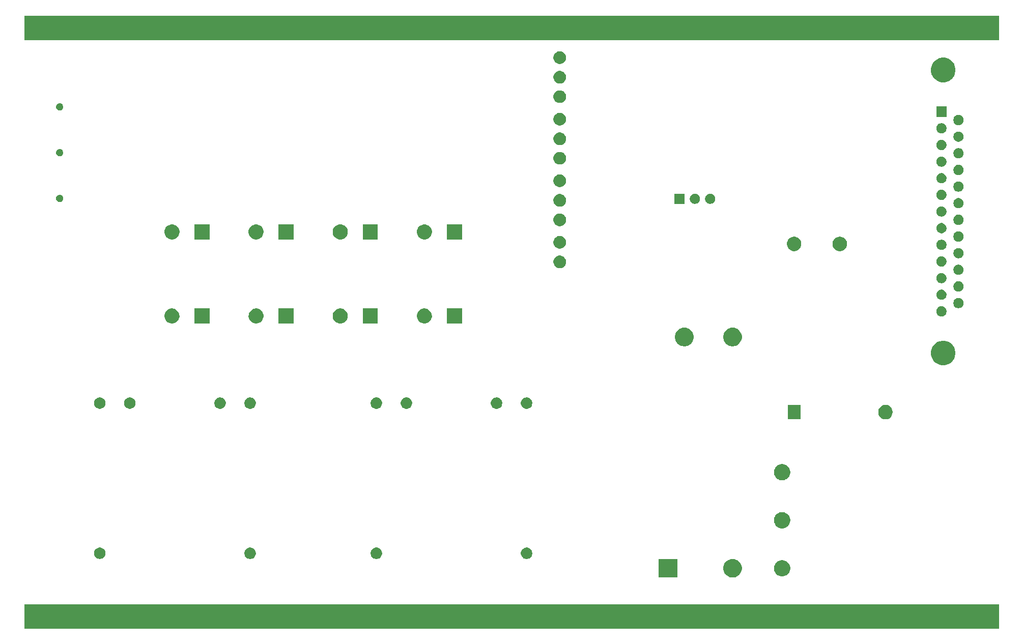
<source format=gbs>
G04 #@! TF.GenerationSoftware,KiCad,Pcbnew,5.1.4*
G04 #@! TF.CreationDate,2019-09-17T23:30:44+02:00*
G04 #@! TF.ProjectId,Supply-Board,53757070-6c79-42d4-926f-6172642e6b69,rev?*
G04 #@! TF.SameCoordinates,Original*
G04 #@! TF.FileFunction,Soldermask,Bot*
G04 #@! TF.FilePolarity,Negative*
%FSLAX46Y46*%
G04 Gerber Fmt 4.6, Leading zero omitted, Abs format (unit mm)*
G04 Created by KiCad (PCBNEW 5.1.4) date 2019-09-17 23:30:44*
%MOMM*%
%LPD*%
G04 APERTURE LIST*
%ADD10C,0.100000*%
G04 APERTURE END LIST*
D10*
G36*
X236000000Y-50500000D02*
G01*
X74000000Y-50500000D01*
X74000000Y-46500000D01*
X236000000Y-46500000D01*
X236000000Y-50500000D01*
G37*
X236000000Y-50500000D02*
X74000000Y-50500000D01*
X74000000Y-46500000D01*
X236000000Y-46500000D01*
X236000000Y-50500000D01*
G36*
X236000000Y-148500000D02*
G01*
X74000000Y-148500000D01*
X74000000Y-144500000D01*
X236000000Y-144500000D01*
X236000000Y-148500000D01*
G37*
X236000000Y-148500000D02*
X74000000Y-148500000D01*
X74000000Y-144500000D01*
X236000000Y-144500000D01*
X236000000Y-148500000D01*
G36*
X192052585Y-136978802D02*
G01*
X192202410Y-137008604D01*
X192484674Y-137125521D01*
X192738705Y-137295259D01*
X192954741Y-137511295D01*
X193124479Y-137765326D01*
X193241396Y-138047590D01*
X193301000Y-138347240D01*
X193301000Y-138652760D01*
X193241396Y-138952410D01*
X193124479Y-139234674D01*
X192954741Y-139488705D01*
X192738705Y-139704741D01*
X192484674Y-139874479D01*
X192202410Y-139991396D01*
X192052585Y-140021198D01*
X191902761Y-140051000D01*
X191597239Y-140051000D01*
X191447415Y-140021198D01*
X191297590Y-139991396D01*
X191015326Y-139874479D01*
X190761295Y-139704741D01*
X190545259Y-139488705D01*
X190375521Y-139234674D01*
X190258604Y-138952410D01*
X190199000Y-138652760D01*
X190199000Y-138347240D01*
X190258604Y-138047590D01*
X190375521Y-137765326D01*
X190545259Y-137511295D01*
X190761295Y-137295259D01*
X191015326Y-137125521D01*
X191297590Y-137008604D01*
X191447415Y-136978802D01*
X191597239Y-136949000D01*
X191902761Y-136949000D01*
X192052585Y-136978802D01*
X192052585Y-136978802D01*
G37*
G36*
X182551000Y-140051000D02*
G01*
X179449000Y-140051000D01*
X179449000Y-136949000D01*
X182551000Y-136949000D01*
X182551000Y-140051000D01*
X182551000Y-140051000D01*
G37*
G36*
X200394072Y-137200918D02*
G01*
X200621833Y-137295259D01*
X200639939Y-137302759D01*
X200861212Y-137450610D01*
X201049390Y-137638788D01*
X201197241Y-137860061D01*
X201299082Y-138105928D01*
X201351000Y-138366938D01*
X201351000Y-138633062D01*
X201299082Y-138894072D01*
X201197241Y-139139939D01*
X201049390Y-139361212D01*
X200861212Y-139549390D01*
X200639939Y-139697241D01*
X200639938Y-139697242D01*
X200639937Y-139697242D01*
X200394072Y-139799082D01*
X200133063Y-139851000D01*
X199866937Y-139851000D01*
X199605928Y-139799082D01*
X199360063Y-139697242D01*
X199360062Y-139697242D01*
X199360061Y-139697241D01*
X199138788Y-139549390D01*
X198950610Y-139361212D01*
X198802759Y-139139939D01*
X198700918Y-138894072D01*
X198649000Y-138633062D01*
X198649000Y-138366938D01*
X198700918Y-138105928D01*
X198802759Y-137860061D01*
X198950610Y-137638788D01*
X199138788Y-137450610D01*
X199360061Y-137302759D01*
X199378168Y-137295259D01*
X199605928Y-137200918D01*
X199866937Y-137149000D01*
X200133063Y-137149000D01*
X200394072Y-137200918D01*
X200394072Y-137200918D01*
G37*
G36*
X111777395Y-135085546D02*
G01*
X111950466Y-135157234D01*
X111950467Y-135157235D01*
X112106227Y-135261310D01*
X112238690Y-135393773D01*
X112238691Y-135393775D01*
X112342766Y-135549534D01*
X112414454Y-135722605D01*
X112451000Y-135906333D01*
X112451000Y-136093667D01*
X112414454Y-136277395D01*
X112342766Y-136450466D01*
X112342765Y-136450467D01*
X112238690Y-136606227D01*
X112106227Y-136738690D01*
X112027818Y-136791081D01*
X111950466Y-136842766D01*
X111777395Y-136914454D01*
X111593667Y-136951000D01*
X111406333Y-136951000D01*
X111222605Y-136914454D01*
X111049534Y-136842766D01*
X110972182Y-136791081D01*
X110893773Y-136738690D01*
X110761310Y-136606227D01*
X110657235Y-136450467D01*
X110657234Y-136450466D01*
X110585546Y-136277395D01*
X110549000Y-136093667D01*
X110549000Y-135906333D01*
X110585546Y-135722605D01*
X110657234Y-135549534D01*
X110761309Y-135393775D01*
X110761310Y-135393773D01*
X110893773Y-135261310D01*
X111049533Y-135157235D01*
X111049534Y-135157234D01*
X111222605Y-135085546D01*
X111406333Y-135049000D01*
X111593667Y-135049000D01*
X111777395Y-135085546D01*
X111777395Y-135085546D01*
G37*
G36*
X157777395Y-135085546D02*
G01*
X157950466Y-135157234D01*
X157950467Y-135157235D01*
X158106227Y-135261310D01*
X158238690Y-135393773D01*
X158238691Y-135393775D01*
X158342766Y-135549534D01*
X158414454Y-135722605D01*
X158451000Y-135906333D01*
X158451000Y-136093667D01*
X158414454Y-136277395D01*
X158342766Y-136450466D01*
X158342765Y-136450467D01*
X158238690Y-136606227D01*
X158106227Y-136738690D01*
X158027818Y-136791081D01*
X157950466Y-136842766D01*
X157777395Y-136914454D01*
X157593667Y-136951000D01*
X157406333Y-136951000D01*
X157222605Y-136914454D01*
X157049534Y-136842766D01*
X156972182Y-136791081D01*
X156893773Y-136738690D01*
X156761310Y-136606227D01*
X156657235Y-136450467D01*
X156657234Y-136450466D01*
X156585546Y-136277395D01*
X156549000Y-136093667D01*
X156549000Y-135906333D01*
X156585546Y-135722605D01*
X156657234Y-135549534D01*
X156761309Y-135393775D01*
X156761310Y-135393773D01*
X156893773Y-135261310D01*
X157049533Y-135157235D01*
X157049534Y-135157234D01*
X157222605Y-135085546D01*
X157406333Y-135049000D01*
X157593667Y-135049000D01*
X157777395Y-135085546D01*
X157777395Y-135085546D01*
G37*
G36*
X132777395Y-135085546D02*
G01*
X132950466Y-135157234D01*
X132950467Y-135157235D01*
X133106227Y-135261310D01*
X133238690Y-135393773D01*
X133238691Y-135393775D01*
X133342766Y-135549534D01*
X133414454Y-135722605D01*
X133451000Y-135906333D01*
X133451000Y-136093667D01*
X133414454Y-136277395D01*
X133342766Y-136450466D01*
X133342765Y-136450467D01*
X133238690Y-136606227D01*
X133106227Y-136738690D01*
X133027818Y-136791081D01*
X132950466Y-136842766D01*
X132777395Y-136914454D01*
X132593667Y-136951000D01*
X132406333Y-136951000D01*
X132222605Y-136914454D01*
X132049534Y-136842766D01*
X131972182Y-136791081D01*
X131893773Y-136738690D01*
X131761310Y-136606227D01*
X131657235Y-136450467D01*
X131657234Y-136450466D01*
X131585546Y-136277395D01*
X131549000Y-136093667D01*
X131549000Y-135906333D01*
X131585546Y-135722605D01*
X131657234Y-135549534D01*
X131761309Y-135393775D01*
X131761310Y-135393773D01*
X131893773Y-135261310D01*
X132049533Y-135157235D01*
X132049534Y-135157234D01*
X132222605Y-135085546D01*
X132406333Y-135049000D01*
X132593667Y-135049000D01*
X132777395Y-135085546D01*
X132777395Y-135085546D01*
G37*
G36*
X86777395Y-135085546D02*
G01*
X86950466Y-135157234D01*
X86950467Y-135157235D01*
X87106227Y-135261310D01*
X87238690Y-135393773D01*
X87238691Y-135393775D01*
X87342766Y-135549534D01*
X87414454Y-135722605D01*
X87451000Y-135906333D01*
X87451000Y-136093667D01*
X87414454Y-136277395D01*
X87342766Y-136450466D01*
X87342765Y-136450467D01*
X87238690Y-136606227D01*
X87106227Y-136738690D01*
X87027818Y-136791081D01*
X86950466Y-136842766D01*
X86777395Y-136914454D01*
X86593667Y-136951000D01*
X86406333Y-136951000D01*
X86222605Y-136914454D01*
X86049534Y-136842766D01*
X85972182Y-136791081D01*
X85893773Y-136738690D01*
X85761310Y-136606227D01*
X85657235Y-136450467D01*
X85657234Y-136450466D01*
X85585546Y-136277395D01*
X85549000Y-136093667D01*
X85549000Y-135906333D01*
X85585546Y-135722605D01*
X85657234Y-135549534D01*
X85761309Y-135393775D01*
X85761310Y-135393773D01*
X85893773Y-135261310D01*
X86049533Y-135157235D01*
X86049534Y-135157234D01*
X86222605Y-135085546D01*
X86406333Y-135049000D01*
X86593667Y-135049000D01*
X86777395Y-135085546D01*
X86777395Y-135085546D01*
G37*
G36*
X200394072Y-129200918D02*
G01*
X200639939Y-129302759D01*
X200861212Y-129450610D01*
X201049390Y-129638788D01*
X201197241Y-129860061D01*
X201299082Y-130105928D01*
X201351000Y-130366938D01*
X201351000Y-130633062D01*
X201299082Y-130894072D01*
X201197241Y-131139939D01*
X201049390Y-131361212D01*
X200861212Y-131549390D01*
X200639939Y-131697241D01*
X200639938Y-131697242D01*
X200639937Y-131697242D01*
X200394072Y-131799082D01*
X200133063Y-131851000D01*
X199866937Y-131851000D01*
X199605928Y-131799082D01*
X199360063Y-131697242D01*
X199360062Y-131697242D01*
X199360061Y-131697241D01*
X199138788Y-131549390D01*
X198950610Y-131361212D01*
X198802759Y-131139939D01*
X198700918Y-130894072D01*
X198649000Y-130633062D01*
X198649000Y-130366938D01*
X198700918Y-130105928D01*
X198802759Y-129860061D01*
X198950610Y-129638788D01*
X199138788Y-129450610D01*
X199360061Y-129302759D01*
X199605928Y-129200918D01*
X199866937Y-129149000D01*
X200133063Y-129149000D01*
X200394072Y-129200918D01*
X200394072Y-129200918D01*
G37*
G36*
X200394072Y-121200918D02*
G01*
X200639939Y-121302759D01*
X200861212Y-121450610D01*
X201049390Y-121638788D01*
X201197241Y-121860061D01*
X201299082Y-122105928D01*
X201351000Y-122366938D01*
X201351000Y-122633062D01*
X201299082Y-122894072D01*
X201197241Y-123139939D01*
X201049390Y-123361212D01*
X200861212Y-123549390D01*
X200639939Y-123697241D01*
X200639938Y-123697242D01*
X200639937Y-123697242D01*
X200394072Y-123799082D01*
X200133063Y-123851000D01*
X199866937Y-123851000D01*
X199605928Y-123799082D01*
X199360063Y-123697242D01*
X199360062Y-123697242D01*
X199360061Y-123697241D01*
X199138788Y-123549390D01*
X198950610Y-123361212D01*
X198802759Y-123139939D01*
X198700918Y-122894072D01*
X198649000Y-122633062D01*
X198649000Y-122366938D01*
X198700918Y-122105928D01*
X198802759Y-121860061D01*
X198950610Y-121638788D01*
X199138788Y-121450610D01*
X199360061Y-121302759D01*
X199605928Y-121200918D01*
X199866937Y-121149000D01*
X200133063Y-121149000D01*
X200394072Y-121200918D01*
X200394072Y-121200918D01*
G37*
G36*
X217550318Y-111345153D02*
G01*
X217768885Y-111435687D01*
X217768887Y-111435688D01*
X217965593Y-111567122D01*
X218132878Y-111734407D01*
X218253180Y-111914453D01*
X218264313Y-111931115D01*
X218354847Y-112149682D01*
X218401000Y-112381710D01*
X218401000Y-112618290D01*
X218354847Y-112850318D01*
X218264313Y-113068885D01*
X218264312Y-113068887D01*
X218132878Y-113265593D01*
X217965593Y-113432878D01*
X217768887Y-113564312D01*
X217768886Y-113564313D01*
X217768885Y-113564313D01*
X217550318Y-113654847D01*
X217318290Y-113701000D01*
X217081710Y-113701000D01*
X216849682Y-113654847D01*
X216631115Y-113564313D01*
X216631114Y-113564313D01*
X216631113Y-113564312D01*
X216434407Y-113432878D01*
X216267122Y-113265593D01*
X216135688Y-113068887D01*
X216135687Y-113068885D01*
X216045153Y-112850318D01*
X215999000Y-112618290D01*
X215999000Y-112381710D01*
X216045153Y-112149682D01*
X216135687Y-111931115D01*
X216146820Y-111914453D01*
X216267122Y-111734407D01*
X216434407Y-111567122D01*
X216631113Y-111435688D01*
X216631115Y-111435687D01*
X216849682Y-111345153D01*
X217081710Y-111299000D01*
X217318290Y-111299000D01*
X217550318Y-111345153D01*
X217550318Y-111345153D01*
G37*
G36*
X203051000Y-113701000D02*
G01*
X200949000Y-113701000D01*
X200949000Y-111299000D01*
X203051000Y-111299000D01*
X203051000Y-113701000D01*
X203051000Y-113701000D01*
G37*
G36*
X157777395Y-110085546D02*
G01*
X157950466Y-110157234D01*
X157950467Y-110157235D01*
X158106227Y-110261310D01*
X158238690Y-110393773D01*
X158238691Y-110393775D01*
X158342766Y-110549534D01*
X158414454Y-110722605D01*
X158451000Y-110906333D01*
X158451000Y-111093667D01*
X158414454Y-111277395D01*
X158342766Y-111450466D01*
X158342765Y-111450467D01*
X158238690Y-111606227D01*
X158106227Y-111738690D01*
X158027818Y-111791081D01*
X157950466Y-111842766D01*
X157777395Y-111914454D01*
X157593667Y-111951000D01*
X157406333Y-111951000D01*
X157222605Y-111914454D01*
X157049534Y-111842766D01*
X156972182Y-111791081D01*
X156893773Y-111738690D01*
X156761310Y-111606227D01*
X156657235Y-111450467D01*
X156657234Y-111450466D01*
X156585546Y-111277395D01*
X156549000Y-111093667D01*
X156549000Y-110906333D01*
X156585546Y-110722605D01*
X156657234Y-110549534D01*
X156761309Y-110393775D01*
X156761310Y-110393773D01*
X156893773Y-110261310D01*
X157049533Y-110157235D01*
X157049534Y-110157234D01*
X157222605Y-110085546D01*
X157406333Y-110049000D01*
X157593667Y-110049000D01*
X157777395Y-110085546D01*
X157777395Y-110085546D01*
G37*
G36*
X132777395Y-110085546D02*
G01*
X132950466Y-110157234D01*
X132950467Y-110157235D01*
X133106227Y-110261310D01*
X133238690Y-110393773D01*
X133238691Y-110393775D01*
X133342766Y-110549534D01*
X133414454Y-110722605D01*
X133451000Y-110906333D01*
X133451000Y-111093667D01*
X133414454Y-111277395D01*
X133342766Y-111450466D01*
X133342765Y-111450467D01*
X133238690Y-111606227D01*
X133106227Y-111738690D01*
X133027818Y-111791081D01*
X132950466Y-111842766D01*
X132777395Y-111914454D01*
X132593667Y-111951000D01*
X132406333Y-111951000D01*
X132222605Y-111914454D01*
X132049534Y-111842766D01*
X131972182Y-111791081D01*
X131893773Y-111738690D01*
X131761310Y-111606227D01*
X131657235Y-111450467D01*
X131657234Y-111450466D01*
X131585546Y-111277395D01*
X131549000Y-111093667D01*
X131549000Y-110906333D01*
X131585546Y-110722605D01*
X131657234Y-110549534D01*
X131761309Y-110393775D01*
X131761310Y-110393773D01*
X131893773Y-110261310D01*
X132049533Y-110157235D01*
X132049534Y-110157234D01*
X132222605Y-110085546D01*
X132406333Y-110049000D01*
X132593667Y-110049000D01*
X132777395Y-110085546D01*
X132777395Y-110085546D01*
G37*
G36*
X137777395Y-110085546D02*
G01*
X137950466Y-110157234D01*
X137950467Y-110157235D01*
X138106227Y-110261310D01*
X138238690Y-110393773D01*
X138238691Y-110393775D01*
X138342766Y-110549534D01*
X138414454Y-110722605D01*
X138451000Y-110906333D01*
X138451000Y-111093667D01*
X138414454Y-111277395D01*
X138342766Y-111450466D01*
X138342765Y-111450467D01*
X138238690Y-111606227D01*
X138106227Y-111738690D01*
X138027818Y-111791081D01*
X137950466Y-111842766D01*
X137777395Y-111914454D01*
X137593667Y-111951000D01*
X137406333Y-111951000D01*
X137222605Y-111914454D01*
X137049534Y-111842766D01*
X136972182Y-111791081D01*
X136893773Y-111738690D01*
X136761310Y-111606227D01*
X136657235Y-111450467D01*
X136657234Y-111450466D01*
X136585546Y-111277395D01*
X136549000Y-111093667D01*
X136549000Y-110906333D01*
X136585546Y-110722605D01*
X136657234Y-110549534D01*
X136761309Y-110393775D01*
X136761310Y-110393773D01*
X136893773Y-110261310D01*
X137049533Y-110157235D01*
X137049534Y-110157234D01*
X137222605Y-110085546D01*
X137406333Y-110049000D01*
X137593667Y-110049000D01*
X137777395Y-110085546D01*
X137777395Y-110085546D01*
G37*
G36*
X111777395Y-110085546D02*
G01*
X111950466Y-110157234D01*
X111950467Y-110157235D01*
X112106227Y-110261310D01*
X112238690Y-110393773D01*
X112238691Y-110393775D01*
X112342766Y-110549534D01*
X112414454Y-110722605D01*
X112451000Y-110906333D01*
X112451000Y-111093667D01*
X112414454Y-111277395D01*
X112342766Y-111450466D01*
X112342765Y-111450467D01*
X112238690Y-111606227D01*
X112106227Y-111738690D01*
X112027818Y-111791081D01*
X111950466Y-111842766D01*
X111777395Y-111914454D01*
X111593667Y-111951000D01*
X111406333Y-111951000D01*
X111222605Y-111914454D01*
X111049534Y-111842766D01*
X110972182Y-111791081D01*
X110893773Y-111738690D01*
X110761310Y-111606227D01*
X110657235Y-111450467D01*
X110657234Y-111450466D01*
X110585546Y-111277395D01*
X110549000Y-111093667D01*
X110549000Y-110906333D01*
X110585546Y-110722605D01*
X110657234Y-110549534D01*
X110761309Y-110393775D01*
X110761310Y-110393773D01*
X110893773Y-110261310D01*
X111049533Y-110157235D01*
X111049534Y-110157234D01*
X111222605Y-110085546D01*
X111406333Y-110049000D01*
X111593667Y-110049000D01*
X111777395Y-110085546D01*
X111777395Y-110085546D01*
G37*
G36*
X106777395Y-110085546D02*
G01*
X106950466Y-110157234D01*
X106950467Y-110157235D01*
X107106227Y-110261310D01*
X107238690Y-110393773D01*
X107238691Y-110393775D01*
X107342766Y-110549534D01*
X107414454Y-110722605D01*
X107451000Y-110906333D01*
X107451000Y-111093667D01*
X107414454Y-111277395D01*
X107342766Y-111450466D01*
X107342765Y-111450467D01*
X107238690Y-111606227D01*
X107106227Y-111738690D01*
X107027818Y-111791081D01*
X106950466Y-111842766D01*
X106777395Y-111914454D01*
X106593667Y-111951000D01*
X106406333Y-111951000D01*
X106222605Y-111914454D01*
X106049534Y-111842766D01*
X105972182Y-111791081D01*
X105893773Y-111738690D01*
X105761310Y-111606227D01*
X105657235Y-111450467D01*
X105657234Y-111450466D01*
X105585546Y-111277395D01*
X105549000Y-111093667D01*
X105549000Y-110906333D01*
X105585546Y-110722605D01*
X105657234Y-110549534D01*
X105761309Y-110393775D01*
X105761310Y-110393773D01*
X105893773Y-110261310D01*
X106049533Y-110157235D01*
X106049534Y-110157234D01*
X106222605Y-110085546D01*
X106406333Y-110049000D01*
X106593667Y-110049000D01*
X106777395Y-110085546D01*
X106777395Y-110085546D01*
G37*
G36*
X91777395Y-110085546D02*
G01*
X91950466Y-110157234D01*
X91950467Y-110157235D01*
X92106227Y-110261310D01*
X92238690Y-110393773D01*
X92238691Y-110393775D01*
X92342766Y-110549534D01*
X92414454Y-110722605D01*
X92451000Y-110906333D01*
X92451000Y-111093667D01*
X92414454Y-111277395D01*
X92342766Y-111450466D01*
X92342765Y-111450467D01*
X92238690Y-111606227D01*
X92106227Y-111738690D01*
X92027818Y-111791081D01*
X91950466Y-111842766D01*
X91777395Y-111914454D01*
X91593667Y-111951000D01*
X91406333Y-111951000D01*
X91222605Y-111914454D01*
X91049534Y-111842766D01*
X90972182Y-111791081D01*
X90893773Y-111738690D01*
X90761310Y-111606227D01*
X90657235Y-111450467D01*
X90657234Y-111450466D01*
X90585546Y-111277395D01*
X90549000Y-111093667D01*
X90549000Y-110906333D01*
X90585546Y-110722605D01*
X90657234Y-110549534D01*
X90761309Y-110393775D01*
X90761310Y-110393773D01*
X90893773Y-110261310D01*
X91049533Y-110157235D01*
X91049534Y-110157234D01*
X91222605Y-110085546D01*
X91406333Y-110049000D01*
X91593667Y-110049000D01*
X91777395Y-110085546D01*
X91777395Y-110085546D01*
G37*
G36*
X86777395Y-110085546D02*
G01*
X86950466Y-110157234D01*
X86950467Y-110157235D01*
X87106227Y-110261310D01*
X87238690Y-110393773D01*
X87238691Y-110393775D01*
X87342766Y-110549534D01*
X87414454Y-110722605D01*
X87451000Y-110906333D01*
X87451000Y-111093667D01*
X87414454Y-111277395D01*
X87342766Y-111450466D01*
X87342765Y-111450467D01*
X87238690Y-111606227D01*
X87106227Y-111738690D01*
X87027818Y-111791081D01*
X86950466Y-111842766D01*
X86777395Y-111914454D01*
X86593667Y-111951000D01*
X86406333Y-111951000D01*
X86222605Y-111914454D01*
X86049534Y-111842766D01*
X85972182Y-111791081D01*
X85893773Y-111738690D01*
X85761310Y-111606227D01*
X85657235Y-111450467D01*
X85657234Y-111450466D01*
X85585546Y-111277395D01*
X85549000Y-111093667D01*
X85549000Y-110906333D01*
X85585546Y-110722605D01*
X85657234Y-110549534D01*
X85761309Y-110393775D01*
X85761310Y-110393773D01*
X85893773Y-110261310D01*
X86049533Y-110157235D01*
X86049534Y-110157234D01*
X86222605Y-110085546D01*
X86406333Y-110049000D01*
X86593667Y-110049000D01*
X86777395Y-110085546D01*
X86777395Y-110085546D01*
G37*
G36*
X152777395Y-110085546D02*
G01*
X152950466Y-110157234D01*
X152950467Y-110157235D01*
X153106227Y-110261310D01*
X153238690Y-110393773D01*
X153238691Y-110393775D01*
X153342766Y-110549534D01*
X153414454Y-110722605D01*
X153451000Y-110906333D01*
X153451000Y-111093667D01*
X153414454Y-111277395D01*
X153342766Y-111450466D01*
X153342765Y-111450467D01*
X153238690Y-111606227D01*
X153106227Y-111738690D01*
X153027818Y-111791081D01*
X152950466Y-111842766D01*
X152777395Y-111914454D01*
X152593667Y-111951000D01*
X152406333Y-111951000D01*
X152222605Y-111914454D01*
X152049534Y-111842766D01*
X151972182Y-111791081D01*
X151893773Y-111738690D01*
X151761310Y-111606227D01*
X151657235Y-111450467D01*
X151657234Y-111450466D01*
X151585546Y-111277395D01*
X151549000Y-111093667D01*
X151549000Y-110906333D01*
X151585546Y-110722605D01*
X151657234Y-110549534D01*
X151761309Y-110393775D01*
X151761310Y-110393773D01*
X151893773Y-110261310D01*
X152049533Y-110157235D01*
X152049534Y-110157234D01*
X152222605Y-110085546D01*
X152406333Y-110049000D01*
X152593667Y-110049000D01*
X152777395Y-110085546D01*
X152777395Y-110085546D01*
G37*
G36*
X227398254Y-100697818D02*
G01*
X227771511Y-100852426D01*
X227771513Y-100852427D01*
X227975467Y-100988705D01*
X228107436Y-101076884D01*
X228393116Y-101362564D01*
X228617574Y-101698489D01*
X228772182Y-102071746D01*
X228851000Y-102467993D01*
X228851000Y-102872007D01*
X228772182Y-103268254D01*
X228617574Y-103641511D01*
X228617573Y-103641513D01*
X228393116Y-103977436D01*
X228107436Y-104263116D01*
X227771513Y-104487573D01*
X227771512Y-104487574D01*
X227771511Y-104487574D01*
X227398254Y-104642182D01*
X227002007Y-104721000D01*
X226597993Y-104721000D01*
X226201746Y-104642182D01*
X225828489Y-104487574D01*
X225828488Y-104487574D01*
X225828487Y-104487573D01*
X225492564Y-104263116D01*
X225206884Y-103977436D01*
X224982427Y-103641513D01*
X224982426Y-103641511D01*
X224827818Y-103268254D01*
X224749000Y-102872007D01*
X224749000Y-102467993D01*
X224827818Y-102071746D01*
X224982426Y-101698489D01*
X225206884Y-101362564D01*
X225492564Y-101076884D01*
X225624533Y-100988705D01*
X225828487Y-100852427D01*
X225828489Y-100852426D01*
X226201746Y-100697818D01*
X226597993Y-100619000D01*
X227002007Y-100619000D01*
X227398254Y-100697818D01*
X227398254Y-100697818D01*
G37*
G36*
X184052585Y-98478802D02*
G01*
X184202410Y-98508604D01*
X184484674Y-98625521D01*
X184738705Y-98795259D01*
X184954741Y-99011295D01*
X185124479Y-99265326D01*
X185241396Y-99547590D01*
X185301000Y-99847240D01*
X185301000Y-100152760D01*
X185241396Y-100452410D01*
X185124479Y-100734674D01*
X184954741Y-100988705D01*
X184738705Y-101204741D01*
X184484674Y-101374479D01*
X184202410Y-101491396D01*
X184052585Y-101521198D01*
X183902761Y-101551000D01*
X183597239Y-101551000D01*
X183447415Y-101521198D01*
X183297590Y-101491396D01*
X183015326Y-101374479D01*
X182761295Y-101204741D01*
X182545259Y-100988705D01*
X182375521Y-100734674D01*
X182258604Y-100452410D01*
X182199000Y-100152760D01*
X182199000Y-99847240D01*
X182258604Y-99547590D01*
X182375521Y-99265326D01*
X182545259Y-99011295D01*
X182761295Y-98795259D01*
X183015326Y-98625521D01*
X183297590Y-98508604D01*
X183447415Y-98478802D01*
X183597239Y-98449000D01*
X183902761Y-98449000D01*
X184052585Y-98478802D01*
X184052585Y-98478802D01*
G37*
G36*
X192052585Y-98478802D02*
G01*
X192202410Y-98508604D01*
X192484674Y-98625521D01*
X192738705Y-98795259D01*
X192954741Y-99011295D01*
X193124479Y-99265326D01*
X193241396Y-99547590D01*
X193301000Y-99847240D01*
X193301000Y-100152760D01*
X193241396Y-100452410D01*
X193124479Y-100734674D01*
X192954741Y-100988705D01*
X192738705Y-101204741D01*
X192484674Y-101374479D01*
X192202410Y-101491396D01*
X192052585Y-101521198D01*
X191902761Y-101551000D01*
X191597239Y-101551000D01*
X191447415Y-101521198D01*
X191297590Y-101491396D01*
X191015326Y-101374479D01*
X190761295Y-101204741D01*
X190545259Y-100988705D01*
X190375521Y-100734674D01*
X190258604Y-100452410D01*
X190199000Y-100152760D01*
X190199000Y-99847240D01*
X190258604Y-99547590D01*
X190375521Y-99265326D01*
X190545259Y-99011295D01*
X190761295Y-98795259D01*
X191015326Y-98625521D01*
X191297590Y-98508604D01*
X191447415Y-98478802D01*
X191597239Y-98449000D01*
X191902761Y-98449000D01*
X192052585Y-98478802D01*
X192052585Y-98478802D01*
G37*
G36*
X126864903Y-95297075D02*
G01*
X126961057Y-95336903D01*
X127092571Y-95391378D01*
X127297466Y-95528285D01*
X127471715Y-95702534D01*
X127552753Y-95823816D01*
X127608623Y-95907431D01*
X127702925Y-96135097D01*
X127732242Y-96282481D01*
X127751000Y-96376787D01*
X127751000Y-96623213D01*
X127702925Y-96864903D01*
X127608622Y-97092571D01*
X127471715Y-97297466D01*
X127297466Y-97471715D01*
X127092571Y-97608622D01*
X127092570Y-97608623D01*
X127092569Y-97608623D01*
X126864903Y-97702925D01*
X126623214Y-97751000D01*
X126376786Y-97751000D01*
X126135097Y-97702925D01*
X125907431Y-97608623D01*
X125907430Y-97608623D01*
X125907429Y-97608622D01*
X125702534Y-97471715D01*
X125528285Y-97297466D01*
X125391378Y-97092571D01*
X125297075Y-96864903D01*
X125249000Y-96623213D01*
X125249000Y-96376787D01*
X125267759Y-96282481D01*
X125297075Y-96135097D01*
X125391377Y-95907431D01*
X125447247Y-95823816D01*
X125528285Y-95702534D01*
X125702534Y-95528285D01*
X125907429Y-95391378D01*
X126038944Y-95336903D01*
X126135097Y-95297075D01*
X126376786Y-95249000D01*
X126623214Y-95249000D01*
X126864903Y-95297075D01*
X126864903Y-95297075D01*
G37*
G36*
X118751000Y-97751000D02*
G01*
X116249000Y-97751000D01*
X116249000Y-95249000D01*
X118751000Y-95249000D01*
X118751000Y-97751000D01*
X118751000Y-97751000D01*
G37*
G36*
X112864903Y-95297075D02*
G01*
X112961057Y-95336903D01*
X113092571Y-95391378D01*
X113297466Y-95528285D01*
X113471715Y-95702534D01*
X113552753Y-95823816D01*
X113608623Y-95907431D01*
X113702925Y-96135097D01*
X113732242Y-96282481D01*
X113751000Y-96376787D01*
X113751000Y-96623213D01*
X113702925Y-96864903D01*
X113608622Y-97092571D01*
X113471715Y-97297466D01*
X113297466Y-97471715D01*
X113092571Y-97608622D01*
X113092570Y-97608623D01*
X113092569Y-97608623D01*
X112864903Y-97702925D01*
X112623214Y-97751000D01*
X112376786Y-97751000D01*
X112135097Y-97702925D01*
X111907431Y-97608623D01*
X111907430Y-97608623D01*
X111907429Y-97608622D01*
X111702534Y-97471715D01*
X111528285Y-97297466D01*
X111391378Y-97092571D01*
X111297075Y-96864903D01*
X111249000Y-96623213D01*
X111249000Y-96376787D01*
X111267759Y-96282481D01*
X111297075Y-96135097D01*
X111391377Y-95907431D01*
X111447247Y-95823816D01*
X111528285Y-95702534D01*
X111702534Y-95528285D01*
X111907429Y-95391378D01*
X112038944Y-95336903D01*
X112135097Y-95297075D01*
X112376786Y-95249000D01*
X112623214Y-95249000D01*
X112864903Y-95297075D01*
X112864903Y-95297075D01*
G37*
G36*
X104751000Y-97751000D02*
G01*
X102249000Y-97751000D01*
X102249000Y-95249000D01*
X104751000Y-95249000D01*
X104751000Y-97751000D01*
X104751000Y-97751000D01*
G37*
G36*
X98864903Y-95297075D02*
G01*
X98961057Y-95336903D01*
X99092571Y-95391378D01*
X99297466Y-95528285D01*
X99471715Y-95702534D01*
X99552753Y-95823816D01*
X99608623Y-95907431D01*
X99702925Y-96135097D01*
X99732242Y-96282481D01*
X99751000Y-96376787D01*
X99751000Y-96623213D01*
X99702925Y-96864903D01*
X99608622Y-97092571D01*
X99471715Y-97297466D01*
X99297466Y-97471715D01*
X99092571Y-97608622D01*
X99092570Y-97608623D01*
X99092569Y-97608623D01*
X98864903Y-97702925D01*
X98623214Y-97751000D01*
X98376786Y-97751000D01*
X98135097Y-97702925D01*
X97907431Y-97608623D01*
X97907430Y-97608623D01*
X97907429Y-97608622D01*
X97702534Y-97471715D01*
X97528285Y-97297466D01*
X97391378Y-97092571D01*
X97297075Y-96864903D01*
X97249000Y-96623213D01*
X97249000Y-96376787D01*
X97267759Y-96282481D01*
X97297075Y-96135097D01*
X97391377Y-95907431D01*
X97447247Y-95823816D01*
X97528285Y-95702534D01*
X97702534Y-95528285D01*
X97907429Y-95391378D01*
X98038944Y-95336903D01*
X98135097Y-95297075D01*
X98376786Y-95249000D01*
X98623214Y-95249000D01*
X98864903Y-95297075D01*
X98864903Y-95297075D01*
G37*
G36*
X146751000Y-97751000D02*
G01*
X144249000Y-97751000D01*
X144249000Y-95249000D01*
X146751000Y-95249000D01*
X146751000Y-97751000D01*
X146751000Y-97751000D01*
G37*
G36*
X140864903Y-95297075D02*
G01*
X140961057Y-95336903D01*
X141092571Y-95391378D01*
X141297466Y-95528285D01*
X141471715Y-95702534D01*
X141552753Y-95823816D01*
X141608623Y-95907431D01*
X141702925Y-96135097D01*
X141732242Y-96282481D01*
X141751000Y-96376787D01*
X141751000Y-96623213D01*
X141702925Y-96864903D01*
X141608622Y-97092571D01*
X141471715Y-97297466D01*
X141297466Y-97471715D01*
X141092571Y-97608622D01*
X141092570Y-97608623D01*
X141092569Y-97608623D01*
X140864903Y-97702925D01*
X140623214Y-97751000D01*
X140376786Y-97751000D01*
X140135097Y-97702925D01*
X139907431Y-97608623D01*
X139907430Y-97608623D01*
X139907429Y-97608622D01*
X139702534Y-97471715D01*
X139528285Y-97297466D01*
X139391378Y-97092571D01*
X139297075Y-96864903D01*
X139249000Y-96623213D01*
X139249000Y-96376787D01*
X139267759Y-96282481D01*
X139297075Y-96135097D01*
X139391377Y-95907431D01*
X139447247Y-95823816D01*
X139528285Y-95702534D01*
X139702534Y-95528285D01*
X139907429Y-95391378D01*
X140038944Y-95336903D01*
X140135097Y-95297075D01*
X140376786Y-95249000D01*
X140623214Y-95249000D01*
X140864903Y-95297075D01*
X140864903Y-95297075D01*
G37*
G36*
X132751000Y-97751000D02*
G01*
X130249000Y-97751000D01*
X130249000Y-95249000D01*
X132751000Y-95249000D01*
X132751000Y-97751000D01*
X132751000Y-97751000D01*
G37*
G36*
X226748228Y-94921703D02*
G01*
X226903100Y-94985853D01*
X227042481Y-95078985D01*
X227161015Y-95197519D01*
X227254147Y-95336900D01*
X227318297Y-95491772D01*
X227351000Y-95656184D01*
X227351000Y-95823816D01*
X227318297Y-95988228D01*
X227254147Y-96143100D01*
X227161015Y-96282481D01*
X227042481Y-96401015D01*
X226903100Y-96494147D01*
X226748228Y-96558297D01*
X226583816Y-96591000D01*
X226416184Y-96591000D01*
X226251772Y-96558297D01*
X226096900Y-96494147D01*
X225957519Y-96401015D01*
X225838985Y-96282481D01*
X225745853Y-96143100D01*
X225681703Y-95988228D01*
X225649000Y-95823816D01*
X225649000Y-95656184D01*
X225681703Y-95491772D01*
X225745853Y-95336900D01*
X225838985Y-95197519D01*
X225957519Y-95078985D01*
X226096900Y-94985853D01*
X226251772Y-94921703D01*
X226416184Y-94889000D01*
X226583816Y-94889000D01*
X226748228Y-94921703D01*
X226748228Y-94921703D01*
G37*
G36*
X229588228Y-93536703D02*
G01*
X229743100Y-93600853D01*
X229882481Y-93693985D01*
X230001015Y-93812519D01*
X230094147Y-93951900D01*
X230158297Y-94106772D01*
X230191000Y-94271184D01*
X230191000Y-94438816D01*
X230158297Y-94603228D01*
X230094147Y-94758100D01*
X230001015Y-94897481D01*
X229882481Y-95016015D01*
X229743100Y-95109147D01*
X229588228Y-95173297D01*
X229423816Y-95206000D01*
X229256184Y-95206000D01*
X229091772Y-95173297D01*
X228936900Y-95109147D01*
X228797519Y-95016015D01*
X228678985Y-94897481D01*
X228585853Y-94758100D01*
X228521703Y-94603228D01*
X228489000Y-94438816D01*
X228489000Y-94271184D01*
X228521703Y-94106772D01*
X228585853Y-93951900D01*
X228678985Y-93812519D01*
X228797519Y-93693985D01*
X228936900Y-93600853D01*
X229091772Y-93536703D01*
X229256184Y-93504000D01*
X229423816Y-93504000D01*
X229588228Y-93536703D01*
X229588228Y-93536703D01*
G37*
G36*
X226748228Y-92151703D02*
G01*
X226903100Y-92215853D01*
X227042481Y-92308985D01*
X227161015Y-92427519D01*
X227254147Y-92566900D01*
X227318297Y-92721772D01*
X227351000Y-92886184D01*
X227351000Y-93053816D01*
X227318297Y-93218228D01*
X227254147Y-93373100D01*
X227161015Y-93512481D01*
X227042481Y-93631015D01*
X226903100Y-93724147D01*
X226748228Y-93788297D01*
X226583816Y-93821000D01*
X226416184Y-93821000D01*
X226251772Y-93788297D01*
X226096900Y-93724147D01*
X225957519Y-93631015D01*
X225838985Y-93512481D01*
X225745853Y-93373100D01*
X225681703Y-93218228D01*
X225649000Y-93053816D01*
X225649000Y-92886184D01*
X225681703Y-92721772D01*
X225745853Y-92566900D01*
X225838985Y-92427519D01*
X225957519Y-92308985D01*
X226096900Y-92215853D01*
X226251772Y-92151703D01*
X226416184Y-92119000D01*
X226583816Y-92119000D01*
X226748228Y-92151703D01*
X226748228Y-92151703D01*
G37*
G36*
X229588228Y-90766703D02*
G01*
X229743100Y-90830853D01*
X229882481Y-90923985D01*
X230001015Y-91042519D01*
X230094147Y-91181900D01*
X230158297Y-91336772D01*
X230191000Y-91501184D01*
X230191000Y-91668816D01*
X230158297Y-91833228D01*
X230094147Y-91988100D01*
X230001015Y-92127481D01*
X229882481Y-92246015D01*
X229743100Y-92339147D01*
X229588228Y-92403297D01*
X229423816Y-92436000D01*
X229256184Y-92436000D01*
X229091772Y-92403297D01*
X228936900Y-92339147D01*
X228797519Y-92246015D01*
X228678985Y-92127481D01*
X228585853Y-91988100D01*
X228521703Y-91833228D01*
X228489000Y-91668816D01*
X228489000Y-91501184D01*
X228521703Y-91336772D01*
X228585853Y-91181900D01*
X228678985Y-91042519D01*
X228797519Y-90923985D01*
X228936900Y-90830853D01*
X229091772Y-90766703D01*
X229256184Y-90734000D01*
X229423816Y-90734000D01*
X229588228Y-90766703D01*
X229588228Y-90766703D01*
G37*
G36*
X226748228Y-89381703D02*
G01*
X226903100Y-89445853D01*
X227042481Y-89538985D01*
X227161015Y-89657519D01*
X227254147Y-89796900D01*
X227318297Y-89951772D01*
X227351000Y-90116184D01*
X227351000Y-90283816D01*
X227318297Y-90448228D01*
X227254147Y-90603100D01*
X227161015Y-90742481D01*
X227042481Y-90861015D01*
X226903100Y-90954147D01*
X226748228Y-91018297D01*
X226583816Y-91051000D01*
X226416184Y-91051000D01*
X226251772Y-91018297D01*
X226096900Y-90954147D01*
X225957519Y-90861015D01*
X225838985Y-90742481D01*
X225745853Y-90603100D01*
X225681703Y-90448228D01*
X225649000Y-90283816D01*
X225649000Y-90116184D01*
X225681703Y-89951772D01*
X225745853Y-89796900D01*
X225838985Y-89657519D01*
X225957519Y-89538985D01*
X226096900Y-89445853D01*
X226251772Y-89381703D01*
X226416184Y-89349000D01*
X226583816Y-89349000D01*
X226748228Y-89381703D01*
X226748228Y-89381703D01*
G37*
G36*
X229588228Y-87996703D02*
G01*
X229743100Y-88060853D01*
X229882481Y-88153985D01*
X230001015Y-88272519D01*
X230094147Y-88411900D01*
X230158297Y-88566772D01*
X230191000Y-88731184D01*
X230191000Y-88898816D01*
X230158297Y-89063228D01*
X230094147Y-89218100D01*
X230001015Y-89357481D01*
X229882481Y-89476015D01*
X229743100Y-89569147D01*
X229588228Y-89633297D01*
X229423816Y-89666000D01*
X229256184Y-89666000D01*
X229091772Y-89633297D01*
X228936900Y-89569147D01*
X228797519Y-89476015D01*
X228678985Y-89357481D01*
X228585853Y-89218100D01*
X228521703Y-89063228D01*
X228489000Y-88898816D01*
X228489000Y-88731184D01*
X228521703Y-88566772D01*
X228585853Y-88411900D01*
X228678985Y-88272519D01*
X228797519Y-88153985D01*
X228936900Y-88060853D01*
X229091772Y-87996703D01*
X229256184Y-87964000D01*
X229423816Y-87964000D01*
X229588228Y-87996703D01*
X229588228Y-87996703D01*
G37*
G36*
X163306564Y-86489389D02*
G01*
X163497833Y-86568615D01*
X163497835Y-86568616D01*
X163526067Y-86587480D01*
X163669973Y-86683635D01*
X163816365Y-86830027D01*
X163931385Y-87002167D01*
X164010611Y-87193436D01*
X164051000Y-87396484D01*
X164051000Y-87603516D01*
X164010611Y-87806564D01*
X163941886Y-87972481D01*
X163931384Y-87997835D01*
X163816365Y-88169973D01*
X163669973Y-88316365D01*
X163497835Y-88431384D01*
X163497834Y-88431385D01*
X163497833Y-88431385D01*
X163306564Y-88510611D01*
X163103516Y-88551000D01*
X162896484Y-88551000D01*
X162693436Y-88510611D01*
X162502167Y-88431385D01*
X162502166Y-88431385D01*
X162502165Y-88431384D01*
X162330027Y-88316365D01*
X162183635Y-88169973D01*
X162068616Y-87997835D01*
X162058114Y-87972481D01*
X161989389Y-87806564D01*
X161949000Y-87603516D01*
X161949000Y-87396484D01*
X161989389Y-87193436D01*
X162068615Y-87002167D01*
X162183635Y-86830027D01*
X162330027Y-86683635D01*
X162473933Y-86587480D01*
X162502165Y-86568616D01*
X162502167Y-86568615D01*
X162693436Y-86489389D01*
X162896484Y-86449000D01*
X163103516Y-86449000D01*
X163306564Y-86489389D01*
X163306564Y-86489389D01*
G37*
G36*
X226748228Y-86611703D02*
G01*
X226903100Y-86675853D01*
X227042481Y-86768985D01*
X227161015Y-86887519D01*
X227254147Y-87026900D01*
X227318297Y-87181772D01*
X227351000Y-87346184D01*
X227351000Y-87513816D01*
X227318297Y-87678228D01*
X227254147Y-87833100D01*
X227161015Y-87972481D01*
X227042481Y-88091015D01*
X226903100Y-88184147D01*
X226748228Y-88248297D01*
X226583816Y-88281000D01*
X226416184Y-88281000D01*
X226251772Y-88248297D01*
X226096900Y-88184147D01*
X225957519Y-88091015D01*
X225838985Y-87972481D01*
X225745853Y-87833100D01*
X225681703Y-87678228D01*
X225649000Y-87513816D01*
X225649000Y-87346184D01*
X225681703Y-87181772D01*
X225745853Y-87026900D01*
X225838985Y-86887519D01*
X225957519Y-86768985D01*
X226096900Y-86675853D01*
X226251772Y-86611703D01*
X226416184Y-86579000D01*
X226583816Y-86579000D01*
X226748228Y-86611703D01*
X226748228Y-86611703D01*
G37*
G36*
X229588228Y-85226703D02*
G01*
X229743100Y-85290853D01*
X229882481Y-85383985D01*
X230001015Y-85502519D01*
X230094147Y-85641900D01*
X230158297Y-85796772D01*
X230191000Y-85961184D01*
X230191000Y-86128816D01*
X230158297Y-86293228D01*
X230094147Y-86448100D01*
X230001015Y-86587481D01*
X229882481Y-86706015D01*
X229743100Y-86799147D01*
X229588228Y-86863297D01*
X229423816Y-86896000D01*
X229256184Y-86896000D01*
X229091772Y-86863297D01*
X228936900Y-86799147D01*
X228797519Y-86706015D01*
X228678985Y-86587481D01*
X228585853Y-86448100D01*
X228521703Y-86293228D01*
X228489000Y-86128816D01*
X228489000Y-85961184D01*
X228521703Y-85796772D01*
X228585853Y-85641900D01*
X228678985Y-85502519D01*
X228797519Y-85383985D01*
X228936900Y-85290853D01*
X229091772Y-85226703D01*
X229256184Y-85194000D01*
X229423816Y-85194000D01*
X229588228Y-85226703D01*
X229588228Y-85226703D01*
G37*
G36*
X209950318Y-83345153D02*
G01*
X210163931Y-83433635D01*
X210168887Y-83435688D01*
X210365593Y-83567122D01*
X210532878Y-83734407D01*
X210647433Y-83905852D01*
X210664313Y-83931115D01*
X210754847Y-84149682D01*
X210801000Y-84381710D01*
X210801000Y-84618290D01*
X210754847Y-84850318D01*
X210666710Y-85063097D01*
X210664312Y-85068887D01*
X210532878Y-85265593D01*
X210365593Y-85432878D01*
X210168887Y-85564312D01*
X210168886Y-85564313D01*
X210168885Y-85564313D01*
X209950318Y-85654847D01*
X209718290Y-85701000D01*
X209481710Y-85701000D01*
X209249682Y-85654847D01*
X209031115Y-85564313D01*
X209031114Y-85564313D01*
X209031113Y-85564312D01*
X208834407Y-85432878D01*
X208667122Y-85265593D01*
X208535688Y-85068887D01*
X208533290Y-85063097D01*
X208445153Y-84850318D01*
X208399000Y-84618290D01*
X208399000Y-84381710D01*
X208445153Y-84149682D01*
X208535687Y-83931115D01*
X208552567Y-83905852D01*
X208667122Y-83734407D01*
X208834407Y-83567122D01*
X209031113Y-83435688D01*
X209036069Y-83433635D01*
X209249682Y-83345153D01*
X209481710Y-83299000D01*
X209718290Y-83299000D01*
X209950318Y-83345153D01*
X209950318Y-83345153D01*
G37*
G36*
X202350318Y-83345153D02*
G01*
X202563931Y-83433635D01*
X202568887Y-83435688D01*
X202765593Y-83567122D01*
X202932878Y-83734407D01*
X203047433Y-83905852D01*
X203064313Y-83931115D01*
X203154847Y-84149682D01*
X203201000Y-84381710D01*
X203201000Y-84618290D01*
X203154847Y-84850318D01*
X203066710Y-85063097D01*
X203064312Y-85068887D01*
X202932878Y-85265593D01*
X202765593Y-85432878D01*
X202568887Y-85564312D01*
X202568886Y-85564313D01*
X202568885Y-85564313D01*
X202350318Y-85654847D01*
X202118290Y-85701000D01*
X201881710Y-85701000D01*
X201649682Y-85654847D01*
X201431115Y-85564313D01*
X201431114Y-85564313D01*
X201431113Y-85564312D01*
X201234407Y-85432878D01*
X201067122Y-85265593D01*
X200935688Y-85068887D01*
X200933290Y-85063097D01*
X200845153Y-84850318D01*
X200799000Y-84618290D01*
X200799000Y-84381710D01*
X200845153Y-84149682D01*
X200935687Y-83931115D01*
X200952567Y-83905852D01*
X201067122Y-83734407D01*
X201234407Y-83567122D01*
X201431113Y-83435688D01*
X201436069Y-83433635D01*
X201649682Y-83345153D01*
X201881710Y-83299000D01*
X202118290Y-83299000D01*
X202350318Y-83345153D01*
X202350318Y-83345153D01*
G37*
G36*
X226748228Y-83841703D02*
G01*
X226903100Y-83905853D01*
X227042481Y-83998985D01*
X227161015Y-84117519D01*
X227254147Y-84256900D01*
X227318297Y-84411772D01*
X227351000Y-84576184D01*
X227351000Y-84743816D01*
X227318297Y-84908228D01*
X227254147Y-85063100D01*
X227161015Y-85202481D01*
X227042481Y-85321015D01*
X226903100Y-85414147D01*
X226748228Y-85478297D01*
X226583816Y-85511000D01*
X226416184Y-85511000D01*
X226251772Y-85478297D01*
X226096900Y-85414147D01*
X225957519Y-85321015D01*
X225838985Y-85202481D01*
X225745853Y-85063100D01*
X225681703Y-84908228D01*
X225649000Y-84743816D01*
X225649000Y-84576184D01*
X225681703Y-84411772D01*
X225745853Y-84256900D01*
X225838985Y-84117519D01*
X225957519Y-83998985D01*
X226096900Y-83905853D01*
X226251772Y-83841703D01*
X226416184Y-83809000D01*
X226583816Y-83809000D01*
X226748228Y-83841703D01*
X226748228Y-83841703D01*
G37*
G36*
X163306564Y-83239389D02*
G01*
X163497833Y-83318615D01*
X163497835Y-83318616D01*
X163669973Y-83433635D01*
X163816365Y-83580027D01*
X163930606Y-83751000D01*
X163931385Y-83752167D01*
X164010611Y-83943436D01*
X164051000Y-84146484D01*
X164051000Y-84353516D01*
X164010611Y-84556564D01*
X163985044Y-84618288D01*
X163931384Y-84747835D01*
X163816365Y-84919973D01*
X163669973Y-85066365D01*
X163497835Y-85181384D01*
X163497834Y-85181385D01*
X163497833Y-85181385D01*
X163306564Y-85260611D01*
X163103516Y-85301000D01*
X162896484Y-85301000D01*
X162693436Y-85260611D01*
X162502167Y-85181385D01*
X162502166Y-85181385D01*
X162502165Y-85181384D01*
X162330027Y-85066365D01*
X162183635Y-84919973D01*
X162068616Y-84747835D01*
X162014956Y-84618288D01*
X161989389Y-84556564D01*
X161949000Y-84353516D01*
X161949000Y-84146484D01*
X161989389Y-83943436D01*
X162068615Y-83752167D01*
X162069395Y-83751000D01*
X162183635Y-83580027D01*
X162330027Y-83433635D01*
X162502165Y-83318616D01*
X162502167Y-83318615D01*
X162693436Y-83239389D01*
X162896484Y-83199000D01*
X163103516Y-83199000D01*
X163306564Y-83239389D01*
X163306564Y-83239389D01*
G37*
G36*
X229588228Y-82456703D02*
G01*
X229743100Y-82520853D01*
X229882481Y-82613985D01*
X230001015Y-82732519D01*
X230094147Y-82871900D01*
X230158297Y-83026772D01*
X230191000Y-83191184D01*
X230191000Y-83358816D01*
X230158297Y-83523228D01*
X230094147Y-83678100D01*
X230001015Y-83817481D01*
X229882481Y-83936015D01*
X229743100Y-84029147D01*
X229588228Y-84093297D01*
X229423816Y-84126000D01*
X229256184Y-84126000D01*
X229091772Y-84093297D01*
X228936900Y-84029147D01*
X228797519Y-83936015D01*
X228678985Y-83817481D01*
X228585853Y-83678100D01*
X228521703Y-83523228D01*
X228489000Y-83358816D01*
X228489000Y-83191184D01*
X228521703Y-83026772D01*
X228585853Y-82871900D01*
X228678985Y-82732519D01*
X228797519Y-82613985D01*
X228936900Y-82520853D01*
X229091772Y-82456703D01*
X229256184Y-82424000D01*
X229423816Y-82424000D01*
X229588228Y-82456703D01*
X229588228Y-82456703D01*
G37*
G36*
X118751000Y-83751000D02*
G01*
X116249000Y-83751000D01*
X116249000Y-81249000D01*
X118751000Y-81249000D01*
X118751000Y-83751000D01*
X118751000Y-83751000D01*
G37*
G36*
X112674226Y-81259147D02*
G01*
X112864903Y-81297075D01*
X113092571Y-81391378D01*
X113297466Y-81528285D01*
X113471715Y-81702534D01*
X113608622Y-81907429D01*
X113702925Y-82135097D01*
X113751000Y-82376787D01*
X113751000Y-82623213D01*
X113702925Y-82864903D01*
X113608622Y-83092571D01*
X113471715Y-83297466D01*
X113297466Y-83471715D01*
X113092571Y-83608622D01*
X113092570Y-83608623D01*
X113092569Y-83608623D01*
X112864903Y-83702925D01*
X112623214Y-83751000D01*
X112376786Y-83751000D01*
X112135097Y-83702925D01*
X111907431Y-83608623D01*
X111907430Y-83608623D01*
X111907429Y-83608622D01*
X111702534Y-83471715D01*
X111528285Y-83297466D01*
X111391378Y-83092571D01*
X111297075Y-82864903D01*
X111249000Y-82623213D01*
X111249000Y-82376787D01*
X111297075Y-82135097D01*
X111391378Y-81907429D01*
X111528285Y-81702534D01*
X111702534Y-81528285D01*
X111907429Y-81391378D01*
X112135097Y-81297075D01*
X112325774Y-81259147D01*
X112376786Y-81249000D01*
X112623214Y-81249000D01*
X112674226Y-81259147D01*
X112674226Y-81259147D01*
G37*
G36*
X104751000Y-83751000D02*
G01*
X102249000Y-83751000D01*
X102249000Y-81249000D01*
X104751000Y-81249000D01*
X104751000Y-83751000D01*
X104751000Y-83751000D01*
G37*
G36*
X146751000Y-83751000D02*
G01*
X144249000Y-83751000D01*
X144249000Y-81249000D01*
X146751000Y-81249000D01*
X146751000Y-83751000D01*
X146751000Y-83751000D01*
G37*
G36*
X140674226Y-81259147D02*
G01*
X140864903Y-81297075D01*
X141092571Y-81391378D01*
X141297466Y-81528285D01*
X141471715Y-81702534D01*
X141608622Y-81907429D01*
X141702925Y-82135097D01*
X141751000Y-82376787D01*
X141751000Y-82623213D01*
X141702925Y-82864903D01*
X141608622Y-83092571D01*
X141471715Y-83297466D01*
X141297466Y-83471715D01*
X141092571Y-83608622D01*
X141092570Y-83608623D01*
X141092569Y-83608623D01*
X140864903Y-83702925D01*
X140623214Y-83751000D01*
X140376786Y-83751000D01*
X140135097Y-83702925D01*
X139907431Y-83608623D01*
X139907430Y-83608623D01*
X139907429Y-83608622D01*
X139702534Y-83471715D01*
X139528285Y-83297466D01*
X139391378Y-83092571D01*
X139297075Y-82864903D01*
X139249000Y-82623213D01*
X139249000Y-82376787D01*
X139297075Y-82135097D01*
X139391378Y-81907429D01*
X139528285Y-81702534D01*
X139702534Y-81528285D01*
X139907429Y-81391378D01*
X140135097Y-81297075D01*
X140325774Y-81259147D01*
X140376786Y-81249000D01*
X140623214Y-81249000D01*
X140674226Y-81259147D01*
X140674226Y-81259147D01*
G37*
G36*
X126674226Y-81259147D02*
G01*
X126864903Y-81297075D01*
X127092571Y-81391378D01*
X127297466Y-81528285D01*
X127471715Y-81702534D01*
X127608622Y-81907429D01*
X127702925Y-82135097D01*
X127751000Y-82376787D01*
X127751000Y-82623213D01*
X127702925Y-82864903D01*
X127608622Y-83092571D01*
X127471715Y-83297466D01*
X127297466Y-83471715D01*
X127092571Y-83608622D01*
X127092570Y-83608623D01*
X127092569Y-83608623D01*
X126864903Y-83702925D01*
X126623214Y-83751000D01*
X126376786Y-83751000D01*
X126135097Y-83702925D01*
X125907431Y-83608623D01*
X125907430Y-83608623D01*
X125907429Y-83608622D01*
X125702534Y-83471715D01*
X125528285Y-83297466D01*
X125391378Y-83092571D01*
X125297075Y-82864903D01*
X125249000Y-82623213D01*
X125249000Y-82376787D01*
X125297075Y-82135097D01*
X125391378Y-81907429D01*
X125528285Y-81702534D01*
X125702534Y-81528285D01*
X125907429Y-81391378D01*
X126135097Y-81297075D01*
X126325774Y-81259147D01*
X126376786Y-81249000D01*
X126623214Y-81249000D01*
X126674226Y-81259147D01*
X126674226Y-81259147D01*
G37*
G36*
X132751000Y-83751000D02*
G01*
X130249000Y-83751000D01*
X130249000Y-81249000D01*
X132751000Y-81249000D01*
X132751000Y-83751000D01*
X132751000Y-83751000D01*
G37*
G36*
X98674226Y-81259147D02*
G01*
X98864903Y-81297075D01*
X99092571Y-81391378D01*
X99297466Y-81528285D01*
X99471715Y-81702534D01*
X99608622Y-81907429D01*
X99702925Y-82135097D01*
X99751000Y-82376787D01*
X99751000Y-82623213D01*
X99702925Y-82864903D01*
X99608622Y-83092571D01*
X99471715Y-83297466D01*
X99297466Y-83471715D01*
X99092571Y-83608622D01*
X99092570Y-83608623D01*
X99092569Y-83608623D01*
X98864903Y-83702925D01*
X98623214Y-83751000D01*
X98376786Y-83751000D01*
X98135097Y-83702925D01*
X97907431Y-83608623D01*
X97907430Y-83608623D01*
X97907429Y-83608622D01*
X97702534Y-83471715D01*
X97528285Y-83297466D01*
X97391378Y-83092571D01*
X97297075Y-82864903D01*
X97249000Y-82623213D01*
X97249000Y-82376787D01*
X97297075Y-82135097D01*
X97391378Y-81907429D01*
X97528285Y-81702534D01*
X97702534Y-81528285D01*
X97907429Y-81391378D01*
X98135097Y-81297075D01*
X98325774Y-81259147D01*
X98376786Y-81249000D01*
X98623214Y-81249000D01*
X98674226Y-81259147D01*
X98674226Y-81259147D01*
G37*
G36*
X226748228Y-81071703D02*
G01*
X226903100Y-81135853D01*
X227042481Y-81228985D01*
X227161015Y-81347519D01*
X227254147Y-81486900D01*
X227318297Y-81641772D01*
X227351000Y-81806184D01*
X227351000Y-81973816D01*
X227318297Y-82138228D01*
X227254147Y-82293100D01*
X227161015Y-82432481D01*
X227042481Y-82551015D01*
X226903100Y-82644147D01*
X226748228Y-82708297D01*
X226583816Y-82741000D01*
X226416184Y-82741000D01*
X226251772Y-82708297D01*
X226096900Y-82644147D01*
X225957519Y-82551015D01*
X225838985Y-82432481D01*
X225745853Y-82293100D01*
X225681703Y-82138228D01*
X225649000Y-81973816D01*
X225649000Y-81806184D01*
X225681703Y-81641772D01*
X225745853Y-81486900D01*
X225838985Y-81347519D01*
X225957519Y-81228985D01*
X226096900Y-81135853D01*
X226251772Y-81071703D01*
X226416184Y-81039000D01*
X226583816Y-81039000D01*
X226748228Y-81071703D01*
X226748228Y-81071703D01*
G37*
G36*
X163306564Y-79489389D02*
G01*
X163497833Y-79568615D01*
X163497835Y-79568616D01*
X163625621Y-79654000D01*
X163669973Y-79683635D01*
X163816365Y-79830027D01*
X163931385Y-80002167D01*
X164010611Y-80193436D01*
X164051000Y-80396484D01*
X164051000Y-80603516D01*
X164010611Y-80806564D01*
X163931385Y-80997833D01*
X163931384Y-80997835D01*
X163816365Y-81169973D01*
X163669973Y-81316365D01*
X163497835Y-81431384D01*
X163497834Y-81431385D01*
X163497833Y-81431385D01*
X163306564Y-81510611D01*
X163103516Y-81551000D01*
X162896484Y-81551000D01*
X162693436Y-81510611D01*
X162502167Y-81431385D01*
X162502166Y-81431385D01*
X162502165Y-81431384D01*
X162330027Y-81316365D01*
X162183635Y-81169973D01*
X162068616Y-80997835D01*
X162068615Y-80997833D01*
X161989389Y-80806564D01*
X161949000Y-80603516D01*
X161949000Y-80396484D01*
X161989389Y-80193436D01*
X162068615Y-80002167D01*
X162183635Y-79830027D01*
X162330027Y-79683635D01*
X162374379Y-79654000D01*
X162502165Y-79568616D01*
X162502167Y-79568615D01*
X162693436Y-79489389D01*
X162896484Y-79449000D01*
X163103516Y-79449000D01*
X163306564Y-79489389D01*
X163306564Y-79489389D01*
G37*
G36*
X229588228Y-79686703D02*
G01*
X229743100Y-79750853D01*
X229882481Y-79843985D01*
X230001015Y-79962519D01*
X230094147Y-80101900D01*
X230158297Y-80256772D01*
X230191000Y-80421184D01*
X230191000Y-80588816D01*
X230158297Y-80753228D01*
X230094147Y-80908100D01*
X230001015Y-81047481D01*
X229882481Y-81166015D01*
X229743100Y-81259147D01*
X229588228Y-81323297D01*
X229423816Y-81356000D01*
X229256184Y-81356000D01*
X229091772Y-81323297D01*
X228936900Y-81259147D01*
X228797519Y-81166015D01*
X228678985Y-81047481D01*
X228585853Y-80908100D01*
X228521703Y-80753228D01*
X228489000Y-80588816D01*
X228489000Y-80421184D01*
X228521703Y-80256772D01*
X228585853Y-80101900D01*
X228678985Y-79962519D01*
X228797519Y-79843985D01*
X228936900Y-79750853D01*
X229091772Y-79686703D01*
X229256184Y-79654000D01*
X229423816Y-79654000D01*
X229588228Y-79686703D01*
X229588228Y-79686703D01*
G37*
G36*
X226748228Y-78301703D02*
G01*
X226903100Y-78365853D01*
X227042481Y-78458985D01*
X227161015Y-78577519D01*
X227254147Y-78716900D01*
X227318297Y-78871772D01*
X227351000Y-79036184D01*
X227351000Y-79203816D01*
X227318297Y-79368228D01*
X227254147Y-79523100D01*
X227161015Y-79662481D01*
X227042481Y-79781015D01*
X226903100Y-79874147D01*
X226748228Y-79938297D01*
X226583816Y-79971000D01*
X226416184Y-79971000D01*
X226251772Y-79938297D01*
X226096900Y-79874147D01*
X225957519Y-79781015D01*
X225838985Y-79662481D01*
X225745853Y-79523100D01*
X225681703Y-79368228D01*
X225649000Y-79203816D01*
X225649000Y-79036184D01*
X225681703Y-78871772D01*
X225745853Y-78716900D01*
X225838985Y-78577519D01*
X225957519Y-78458985D01*
X226096900Y-78365853D01*
X226251772Y-78301703D01*
X226416184Y-78269000D01*
X226583816Y-78269000D01*
X226748228Y-78301703D01*
X226748228Y-78301703D01*
G37*
G36*
X229588228Y-76916703D02*
G01*
X229743100Y-76980853D01*
X229882481Y-77073985D01*
X230001015Y-77192519D01*
X230094147Y-77331900D01*
X230158297Y-77486772D01*
X230191000Y-77651184D01*
X230191000Y-77818816D01*
X230158297Y-77983228D01*
X230094147Y-78138100D01*
X230001015Y-78277481D01*
X229882481Y-78396015D01*
X229743100Y-78489147D01*
X229588228Y-78553297D01*
X229423816Y-78586000D01*
X229256184Y-78586000D01*
X229091772Y-78553297D01*
X228936900Y-78489147D01*
X228797519Y-78396015D01*
X228678985Y-78277481D01*
X228585853Y-78138100D01*
X228521703Y-77983228D01*
X228489000Y-77818816D01*
X228489000Y-77651184D01*
X228521703Y-77486772D01*
X228585853Y-77331900D01*
X228678985Y-77192519D01*
X228797519Y-77073985D01*
X228936900Y-76980853D01*
X229091772Y-76916703D01*
X229256184Y-76884000D01*
X229423816Y-76884000D01*
X229588228Y-76916703D01*
X229588228Y-76916703D01*
G37*
G36*
X163306564Y-76239389D02*
G01*
X163497833Y-76318615D01*
X163497835Y-76318616D01*
X163669973Y-76433635D01*
X163816365Y-76580027D01*
X163931121Y-76751771D01*
X163931385Y-76752167D01*
X164010611Y-76943436D01*
X164051000Y-77146484D01*
X164051000Y-77353516D01*
X164010611Y-77556564D01*
X163967346Y-77661015D01*
X163931384Y-77747835D01*
X163816365Y-77919973D01*
X163669973Y-78066365D01*
X163497835Y-78181384D01*
X163497834Y-78181385D01*
X163497833Y-78181385D01*
X163306564Y-78260611D01*
X163103516Y-78301000D01*
X162896484Y-78301000D01*
X162693436Y-78260611D01*
X162502167Y-78181385D01*
X162502166Y-78181385D01*
X162502165Y-78181384D01*
X162330027Y-78066365D01*
X162183635Y-77919973D01*
X162068616Y-77747835D01*
X162032654Y-77661015D01*
X161989389Y-77556564D01*
X161949000Y-77353516D01*
X161949000Y-77146484D01*
X161989389Y-76943436D01*
X162068615Y-76752167D01*
X162068880Y-76751771D01*
X162183635Y-76580027D01*
X162330027Y-76433635D01*
X162502165Y-76318616D01*
X162502167Y-76318615D01*
X162693436Y-76239389D01*
X162896484Y-76199000D01*
X163103516Y-76199000D01*
X163306564Y-76239389D01*
X163306564Y-76239389D01*
G37*
G36*
X183811000Y-77851000D02*
G01*
X182109000Y-77851000D01*
X182109000Y-76149000D01*
X183811000Y-76149000D01*
X183811000Y-77851000D01*
X183811000Y-77851000D01*
G37*
G36*
X185748228Y-76181703D02*
G01*
X185903100Y-76245853D01*
X186042481Y-76338985D01*
X186161015Y-76457519D01*
X186254147Y-76596900D01*
X186318297Y-76751772D01*
X186351000Y-76916184D01*
X186351000Y-77083816D01*
X186318297Y-77248228D01*
X186254147Y-77403100D01*
X186161015Y-77542481D01*
X186042481Y-77661015D01*
X185903100Y-77754147D01*
X185748228Y-77818297D01*
X185583816Y-77851000D01*
X185416184Y-77851000D01*
X185251772Y-77818297D01*
X185096900Y-77754147D01*
X184957519Y-77661015D01*
X184838985Y-77542481D01*
X184745853Y-77403100D01*
X184681703Y-77248228D01*
X184649000Y-77083816D01*
X184649000Y-76916184D01*
X184681703Y-76751772D01*
X184745853Y-76596900D01*
X184838985Y-76457519D01*
X184957519Y-76338985D01*
X185096900Y-76245853D01*
X185251772Y-76181703D01*
X185416184Y-76149000D01*
X185583816Y-76149000D01*
X185748228Y-76181703D01*
X185748228Y-76181703D01*
G37*
G36*
X188288228Y-76181703D02*
G01*
X188443100Y-76245853D01*
X188582481Y-76338985D01*
X188701015Y-76457519D01*
X188794147Y-76596900D01*
X188858297Y-76751772D01*
X188891000Y-76916184D01*
X188891000Y-77083816D01*
X188858297Y-77248228D01*
X188794147Y-77403100D01*
X188701015Y-77542481D01*
X188582481Y-77661015D01*
X188443100Y-77754147D01*
X188288228Y-77818297D01*
X188123816Y-77851000D01*
X187956184Y-77851000D01*
X187791772Y-77818297D01*
X187636900Y-77754147D01*
X187497519Y-77661015D01*
X187378985Y-77542481D01*
X187285853Y-77403100D01*
X187221703Y-77248228D01*
X187189000Y-77083816D01*
X187189000Y-76916184D01*
X187221703Y-76751772D01*
X187285853Y-76596900D01*
X187378985Y-76457519D01*
X187497519Y-76338985D01*
X187636900Y-76245853D01*
X187791772Y-76181703D01*
X187956184Y-76149000D01*
X188123816Y-76149000D01*
X188288228Y-76181703D01*
X188288228Y-76181703D01*
G37*
G36*
X79945501Y-76338985D02*
G01*
X79991305Y-76348096D01*
X80023340Y-76361365D01*
X80100680Y-76393400D01*
X80199115Y-76459173D01*
X80282827Y-76542885D01*
X80348600Y-76641320D01*
X80380635Y-76718660D01*
X80393904Y-76750695D01*
X80417000Y-76866807D01*
X80417000Y-76985193D01*
X80393904Y-77101305D01*
X80392726Y-77104148D01*
X80348600Y-77210680D01*
X80282827Y-77309115D01*
X80199115Y-77392827D01*
X80100680Y-77458600D01*
X80032665Y-77486772D01*
X79991305Y-77503904D01*
X79952601Y-77511603D01*
X79875195Y-77527000D01*
X79756805Y-77527000D01*
X79679399Y-77511603D01*
X79640695Y-77503904D01*
X79599335Y-77486772D01*
X79531320Y-77458600D01*
X79432885Y-77392827D01*
X79349173Y-77309115D01*
X79283400Y-77210680D01*
X79239274Y-77104148D01*
X79238096Y-77101305D01*
X79215000Y-76985193D01*
X79215000Y-76866807D01*
X79238096Y-76750695D01*
X79251365Y-76718660D01*
X79283400Y-76641320D01*
X79349173Y-76542885D01*
X79432885Y-76459173D01*
X79531320Y-76393400D01*
X79608660Y-76361365D01*
X79640695Y-76348096D01*
X79686499Y-76338985D01*
X79756805Y-76325000D01*
X79875195Y-76325000D01*
X79945501Y-76338985D01*
X79945501Y-76338985D01*
G37*
G36*
X226748228Y-75531703D02*
G01*
X226903100Y-75595853D01*
X227042481Y-75688985D01*
X227161015Y-75807519D01*
X227254147Y-75946900D01*
X227318297Y-76101772D01*
X227351000Y-76266184D01*
X227351000Y-76433816D01*
X227318297Y-76598228D01*
X227254147Y-76753100D01*
X227161015Y-76892481D01*
X227042481Y-77011015D01*
X226903100Y-77104147D01*
X226748228Y-77168297D01*
X226583816Y-77201000D01*
X226416184Y-77201000D01*
X226251772Y-77168297D01*
X226096900Y-77104147D01*
X225957519Y-77011015D01*
X225838985Y-76892481D01*
X225745853Y-76753100D01*
X225681703Y-76598228D01*
X225649000Y-76433816D01*
X225649000Y-76266184D01*
X225681703Y-76101772D01*
X225745853Y-75946900D01*
X225838985Y-75807519D01*
X225957519Y-75688985D01*
X226096900Y-75595853D01*
X226251772Y-75531703D01*
X226416184Y-75499000D01*
X226583816Y-75499000D01*
X226748228Y-75531703D01*
X226748228Y-75531703D01*
G37*
G36*
X229588228Y-74146703D02*
G01*
X229743100Y-74210853D01*
X229882481Y-74303985D01*
X230001015Y-74422519D01*
X230094147Y-74561900D01*
X230158297Y-74716772D01*
X230191000Y-74881184D01*
X230191000Y-75048816D01*
X230158297Y-75213228D01*
X230094147Y-75368100D01*
X230001015Y-75507481D01*
X229882481Y-75626015D01*
X229743100Y-75719147D01*
X229588228Y-75783297D01*
X229423816Y-75816000D01*
X229256184Y-75816000D01*
X229091772Y-75783297D01*
X228936900Y-75719147D01*
X228797519Y-75626015D01*
X228678985Y-75507481D01*
X228585853Y-75368100D01*
X228521703Y-75213228D01*
X228489000Y-75048816D01*
X228489000Y-74881184D01*
X228521703Y-74716772D01*
X228585853Y-74561900D01*
X228678985Y-74422519D01*
X228797519Y-74303985D01*
X228936900Y-74210853D01*
X229091772Y-74146703D01*
X229256184Y-74114000D01*
X229423816Y-74114000D01*
X229588228Y-74146703D01*
X229588228Y-74146703D01*
G37*
G36*
X163306564Y-72989389D02*
G01*
X163443235Y-73046000D01*
X163497835Y-73068616D01*
X163669973Y-73183635D01*
X163816365Y-73330027D01*
X163927388Y-73496184D01*
X163931385Y-73502167D01*
X164010611Y-73693436D01*
X164051000Y-73896484D01*
X164051000Y-74103516D01*
X164010611Y-74306564D01*
X163959068Y-74431000D01*
X163931384Y-74497835D01*
X163816365Y-74669973D01*
X163669973Y-74816365D01*
X163497835Y-74931384D01*
X163497834Y-74931385D01*
X163497833Y-74931385D01*
X163306564Y-75010611D01*
X163103516Y-75051000D01*
X162896484Y-75051000D01*
X162693436Y-75010611D01*
X162502167Y-74931385D01*
X162502166Y-74931385D01*
X162502165Y-74931384D01*
X162330027Y-74816365D01*
X162183635Y-74669973D01*
X162068616Y-74497835D01*
X162040932Y-74431000D01*
X161989389Y-74306564D01*
X161949000Y-74103516D01*
X161949000Y-73896484D01*
X161989389Y-73693436D01*
X162068615Y-73502167D01*
X162072613Y-73496184D01*
X162183635Y-73330027D01*
X162330027Y-73183635D01*
X162502165Y-73068616D01*
X162556765Y-73046000D01*
X162693436Y-72989389D01*
X162896484Y-72949000D01*
X163103516Y-72949000D01*
X163306564Y-72989389D01*
X163306564Y-72989389D01*
G37*
G36*
X226748228Y-72761703D02*
G01*
X226903100Y-72825853D01*
X227042481Y-72918985D01*
X227161015Y-73037519D01*
X227254147Y-73176900D01*
X227318297Y-73331772D01*
X227351000Y-73496184D01*
X227351000Y-73663816D01*
X227318297Y-73828228D01*
X227254147Y-73983100D01*
X227161015Y-74122481D01*
X227042481Y-74241015D01*
X226903100Y-74334147D01*
X226748228Y-74398297D01*
X226583816Y-74431000D01*
X226416184Y-74431000D01*
X226251772Y-74398297D01*
X226096900Y-74334147D01*
X225957519Y-74241015D01*
X225838985Y-74122481D01*
X225745853Y-73983100D01*
X225681703Y-73828228D01*
X225649000Y-73663816D01*
X225649000Y-73496184D01*
X225681703Y-73331772D01*
X225745853Y-73176900D01*
X225838985Y-73037519D01*
X225957519Y-72918985D01*
X226096900Y-72825853D01*
X226251772Y-72761703D01*
X226416184Y-72729000D01*
X226583816Y-72729000D01*
X226748228Y-72761703D01*
X226748228Y-72761703D01*
G37*
G36*
X229588228Y-71376703D02*
G01*
X229743100Y-71440853D01*
X229882481Y-71533985D01*
X230001015Y-71652519D01*
X230094147Y-71791900D01*
X230158297Y-71946772D01*
X230191000Y-72111184D01*
X230191000Y-72278816D01*
X230158297Y-72443228D01*
X230094147Y-72598100D01*
X230001015Y-72737481D01*
X229882481Y-72856015D01*
X229743100Y-72949147D01*
X229588228Y-73013297D01*
X229423816Y-73046000D01*
X229256184Y-73046000D01*
X229091772Y-73013297D01*
X228936900Y-72949147D01*
X228797519Y-72856015D01*
X228678985Y-72737481D01*
X228585853Y-72598100D01*
X228521703Y-72443228D01*
X228489000Y-72278816D01*
X228489000Y-72111184D01*
X228521703Y-71946772D01*
X228585853Y-71791900D01*
X228678985Y-71652519D01*
X228797519Y-71533985D01*
X228936900Y-71440853D01*
X229091772Y-71376703D01*
X229256184Y-71344000D01*
X229423816Y-71344000D01*
X229588228Y-71376703D01*
X229588228Y-71376703D01*
G37*
G36*
X226748228Y-69991703D02*
G01*
X226903100Y-70055853D01*
X227042481Y-70148985D01*
X227161015Y-70267519D01*
X227254147Y-70406900D01*
X227318297Y-70561772D01*
X227351000Y-70726184D01*
X227351000Y-70893816D01*
X227318297Y-71058228D01*
X227254147Y-71213100D01*
X227161015Y-71352481D01*
X227042481Y-71471015D01*
X226903100Y-71564147D01*
X226748228Y-71628297D01*
X226583816Y-71661000D01*
X226416184Y-71661000D01*
X226251772Y-71628297D01*
X226096900Y-71564147D01*
X225957519Y-71471015D01*
X225838985Y-71352481D01*
X225745853Y-71213100D01*
X225681703Y-71058228D01*
X225649000Y-70893816D01*
X225649000Y-70726184D01*
X225681703Y-70561772D01*
X225745853Y-70406900D01*
X225838985Y-70267519D01*
X225957519Y-70148985D01*
X226096900Y-70055853D01*
X226251772Y-69991703D01*
X226416184Y-69959000D01*
X226583816Y-69959000D01*
X226748228Y-69991703D01*
X226748228Y-69991703D01*
G37*
G36*
X163306564Y-69239389D02*
G01*
X163497833Y-69318615D01*
X163497835Y-69318616D01*
X163669973Y-69433635D01*
X163816365Y-69580027D01*
X163878641Y-69673229D01*
X163931385Y-69752167D01*
X164010611Y-69943436D01*
X164051000Y-70146484D01*
X164051000Y-70353516D01*
X164010611Y-70556564D01*
X163940352Y-70726184D01*
X163931384Y-70747835D01*
X163816365Y-70919973D01*
X163669973Y-71066365D01*
X163497835Y-71181384D01*
X163497834Y-71181385D01*
X163497833Y-71181385D01*
X163306564Y-71260611D01*
X163103516Y-71301000D01*
X162896484Y-71301000D01*
X162693436Y-71260611D01*
X162502167Y-71181385D01*
X162502166Y-71181385D01*
X162502165Y-71181384D01*
X162330027Y-71066365D01*
X162183635Y-70919973D01*
X162068616Y-70747835D01*
X162059648Y-70726184D01*
X161989389Y-70556564D01*
X161949000Y-70353516D01*
X161949000Y-70146484D01*
X161989389Y-69943436D01*
X162068615Y-69752167D01*
X162121360Y-69673229D01*
X162183635Y-69580027D01*
X162330027Y-69433635D01*
X162502165Y-69318616D01*
X162502167Y-69318615D01*
X162693436Y-69239389D01*
X162896484Y-69199000D01*
X163103516Y-69199000D01*
X163306564Y-69239389D01*
X163306564Y-69239389D01*
G37*
G36*
X229588228Y-68606703D02*
G01*
X229743100Y-68670853D01*
X229882481Y-68763985D01*
X230001015Y-68882519D01*
X230094147Y-69021900D01*
X230158297Y-69176772D01*
X230191000Y-69341184D01*
X230191000Y-69508816D01*
X230158297Y-69673228D01*
X230094147Y-69828100D01*
X230001015Y-69967481D01*
X229882481Y-70086015D01*
X229743100Y-70179147D01*
X229588228Y-70243297D01*
X229423816Y-70276000D01*
X229256184Y-70276000D01*
X229091772Y-70243297D01*
X228936900Y-70179147D01*
X228797519Y-70086015D01*
X228678985Y-69967481D01*
X228585853Y-69828100D01*
X228521703Y-69673228D01*
X228489000Y-69508816D01*
X228489000Y-69341184D01*
X228521703Y-69176772D01*
X228585853Y-69021900D01*
X228678985Y-68882519D01*
X228797519Y-68763985D01*
X228936900Y-68670853D01*
X229091772Y-68606703D01*
X229256184Y-68574000D01*
X229423816Y-68574000D01*
X229588228Y-68606703D01*
X229588228Y-68606703D01*
G37*
G36*
X79952601Y-68720397D02*
G01*
X79991305Y-68728096D01*
X80023340Y-68741365D01*
X80100680Y-68773400D01*
X80199115Y-68839173D01*
X80282827Y-68922885D01*
X80348600Y-69021320D01*
X80393904Y-69130696D01*
X80417000Y-69246805D01*
X80417000Y-69365195D01*
X80393904Y-69481304D01*
X80348600Y-69590680D01*
X80282827Y-69689115D01*
X80199115Y-69772827D01*
X80100680Y-69838600D01*
X80023340Y-69870635D01*
X79991305Y-69883904D01*
X79952601Y-69891603D01*
X79875195Y-69907000D01*
X79756805Y-69907000D01*
X79679399Y-69891603D01*
X79640695Y-69883904D01*
X79608660Y-69870635D01*
X79531320Y-69838600D01*
X79432885Y-69772827D01*
X79349173Y-69689115D01*
X79283400Y-69590680D01*
X79238096Y-69481304D01*
X79215000Y-69365195D01*
X79215000Y-69246805D01*
X79238096Y-69130696D01*
X79283400Y-69021320D01*
X79349173Y-68922885D01*
X79432885Y-68839173D01*
X79531320Y-68773400D01*
X79608660Y-68741365D01*
X79640695Y-68728096D01*
X79679399Y-68720397D01*
X79756805Y-68705000D01*
X79875195Y-68705000D01*
X79952601Y-68720397D01*
X79952601Y-68720397D01*
G37*
G36*
X226748228Y-67221703D02*
G01*
X226903100Y-67285853D01*
X227042481Y-67378985D01*
X227161015Y-67497519D01*
X227254147Y-67636900D01*
X227318297Y-67791772D01*
X227351000Y-67956184D01*
X227351000Y-68123816D01*
X227318297Y-68288228D01*
X227254147Y-68443100D01*
X227161015Y-68582481D01*
X227042481Y-68701015D01*
X226903100Y-68794147D01*
X226748228Y-68858297D01*
X226583816Y-68891000D01*
X226416184Y-68891000D01*
X226251772Y-68858297D01*
X226096900Y-68794147D01*
X225957519Y-68701015D01*
X225838985Y-68582481D01*
X225745853Y-68443100D01*
X225681703Y-68288228D01*
X225649000Y-68123816D01*
X225649000Y-67956184D01*
X225681703Y-67791772D01*
X225745853Y-67636900D01*
X225838985Y-67497519D01*
X225957519Y-67378985D01*
X226096900Y-67285853D01*
X226251772Y-67221703D01*
X226416184Y-67189000D01*
X226583816Y-67189000D01*
X226748228Y-67221703D01*
X226748228Y-67221703D01*
G37*
G36*
X163306564Y-65989389D02*
G01*
X163497833Y-66068615D01*
X163497835Y-66068616D01*
X163563540Y-66112519D01*
X163669973Y-66183635D01*
X163816365Y-66330027D01*
X163931385Y-66502167D01*
X164010611Y-66693436D01*
X164051000Y-66896484D01*
X164051000Y-67103516D01*
X164010611Y-67306564D01*
X163931385Y-67497833D01*
X163931384Y-67497835D01*
X163816365Y-67669973D01*
X163669973Y-67816365D01*
X163497835Y-67931384D01*
X163497834Y-67931385D01*
X163497833Y-67931385D01*
X163306564Y-68010611D01*
X163103516Y-68051000D01*
X162896484Y-68051000D01*
X162693436Y-68010611D01*
X162502167Y-67931385D01*
X162502166Y-67931385D01*
X162502165Y-67931384D01*
X162330027Y-67816365D01*
X162183635Y-67669973D01*
X162068616Y-67497835D01*
X162068615Y-67497833D01*
X161989389Y-67306564D01*
X161949000Y-67103516D01*
X161949000Y-66896484D01*
X161989389Y-66693436D01*
X162068615Y-66502167D01*
X162183635Y-66330027D01*
X162330027Y-66183635D01*
X162436460Y-66112519D01*
X162502165Y-66068616D01*
X162502167Y-66068615D01*
X162693436Y-65989389D01*
X162896484Y-65949000D01*
X163103516Y-65949000D01*
X163306564Y-65989389D01*
X163306564Y-65989389D01*
G37*
G36*
X229588228Y-65836703D02*
G01*
X229743100Y-65900853D01*
X229882481Y-65993985D01*
X230001015Y-66112519D01*
X230094147Y-66251900D01*
X230158297Y-66406772D01*
X230191000Y-66571184D01*
X230191000Y-66738816D01*
X230158297Y-66903228D01*
X230094147Y-67058100D01*
X230001015Y-67197481D01*
X229882481Y-67316015D01*
X229743100Y-67409147D01*
X229588228Y-67473297D01*
X229423816Y-67506000D01*
X229256184Y-67506000D01*
X229091772Y-67473297D01*
X228936900Y-67409147D01*
X228797519Y-67316015D01*
X228678985Y-67197481D01*
X228585853Y-67058100D01*
X228521703Y-66903228D01*
X228489000Y-66738816D01*
X228489000Y-66571184D01*
X228521703Y-66406772D01*
X228585853Y-66251900D01*
X228678985Y-66112519D01*
X228797519Y-65993985D01*
X228936900Y-65900853D01*
X229091772Y-65836703D01*
X229256184Y-65804000D01*
X229423816Y-65804000D01*
X229588228Y-65836703D01*
X229588228Y-65836703D01*
G37*
G36*
X226748228Y-64451703D02*
G01*
X226903100Y-64515853D01*
X227042481Y-64608985D01*
X227161015Y-64727519D01*
X227254147Y-64866900D01*
X227318297Y-65021772D01*
X227351000Y-65186184D01*
X227351000Y-65353816D01*
X227318297Y-65518228D01*
X227254147Y-65673100D01*
X227161015Y-65812481D01*
X227042481Y-65931015D01*
X226903100Y-66024147D01*
X226748228Y-66088297D01*
X226583816Y-66121000D01*
X226416184Y-66121000D01*
X226251772Y-66088297D01*
X226096900Y-66024147D01*
X225957519Y-65931015D01*
X225838985Y-65812481D01*
X225745853Y-65673100D01*
X225681703Y-65518228D01*
X225649000Y-65353816D01*
X225649000Y-65186184D01*
X225681703Y-65021772D01*
X225745853Y-64866900D01*
X225838985Y-64727519D01*
X225957519Y-64608985D01*
X226096900Y-64515853D01*
X226251772Y-64451703D01*
X226416184Y-64419000D01*
X226583816Y-64419000D01*
X226748228Y-64451703D01*
X226748228Y-64451703D01*
G37*
G36*
X163306564Y-62739389D02*
G01*
X163497833Y-62818615D01*
X163497835Y-62818616D01*
X163669973Y-62933635D01*
X163816365Y-63080027D01*
X163912555Y-63223985D01*
X163931385Y-63252167D01*
X164010611Y-63443436D01*
X164051000Y-63646484D01*
X164051000Y-63853516D01*
X164010611Y-64056564D01*
X163978855Y-64133229D01*
X163931384Y-64247835D01*
X163816365Y-64419973D01*
X163669973Y-64566365D01*
X163497835Y-64681384D01*
X163497834Y-64681385D01*
X163497833Y-64681385D01*
X163306564Y-64760611D01*
X163103516Y-64801000D01*
X162896484Y-64801000D01*
X162693436Y-64760611D01*
X162502167Y-64681385D01*
X162502166Y-64681385D01*
X162502165Y-64681384D01*
X162330027Y-64566365D01*
X162183635Y-64419973D01*
X162068616Y-64247835D01*
X162021145Y-64133229D01*
X161989389Y-64056564D01*
X161949000Y-63853516D01*
X161949000Y-63646484D01*
X161989389Y-63443436D01*
X162068615Y-63252167D01*
X162087446Y-63223985D01*
X162183635Y-63080027D01*
X162330027Y-62933635D01*
X162502165Y-62818616D01*
X162502167Y-62818615D01*
X162693436Y-62739389D01*
X162896484Y-62699000D01*
X163103516Y-62699000D01*
X163306564Y-62739389D01*
X163306564Y-62739389D01*
G37*
G36*
X229588228Y-63066703D02*
G01*
X229743100Y-63130853D01*
X229882481Y-63223985D01*
X230001015Y-63342519D01*
X230094147Y-63481900D01*
X230158297Y-63636772D01*
X230191000Y-63801184D01*
X230191000Y-63968816D01*
X230158297Y-64133228D01*
X230094147Y-64288100D01*
X230001015Y-64427481D01*
X229882481Y-64546015D01*
X229743100Y-64639147D01*
X229588228Y-64703297D01*
X229423816Y-64736000D01*
X229256184Y-64736000D01*
X229091772Y-64703297D01*
X228936900Y-64639147D01*
X228797519Y-64546015D01*
X228678985Y-64427481D01*
X228585853Y-64288100D01*
X228521703Y-64133228D01*
X228489000Y-63968816D01*
X228489000Y-63801184D01*
X228521703Y-63636772D01*
X228585853Y-63481900D01*
X228678985Y-63342519D01*
X228797519Y-63223985D01*
X228936900Y-63130853D01*
X229091772Y-63066703D01*
X229256184Y-63034000D01*
X229423816Y-63034000D01*
X229588228Y-63066703D01*
X229588228Y-63066703D01*
G37*
G36*
X227351000Y-63351000D02*
G01*
X225649000Y-63351000D01*
X225649000Y-61649000D01*
X227351000Y-61649000D01*
X227351000Y-63351000D01*
X227351000Y-63351000D01*
G37*
G36*
X79952601Y-61100397D02*
G01*
X79991305Y-61108096D01*
X80023340Y-61121365D01*
X80100680Y-61153400D01*
X80199115Y-61219173D01*
X80282827Y-61302885D01*
X80348600Y-61401320D01*
X80393904Y-61510696D01*
X80417000Y-61626805D01*
X80417000Y-61745195D01*
X80393904Y-61861304D01*
X80348600Y-61970680D01*
X80282827Y-62069115D01*
X80199115Y-62152827D01*
X80100680Y-62218600D01*
X80023340Y-62250635D01*
X79991305Y-62263904D01*
X79952601Y-62271603D01*
X79875195Y-62287000D01*
X79756805Y-62287000D01*
X79679399Y-62271603D01*
X79640695Y-62263904D01*
X79608660Y-62250635D01*
X79531320Y-62218600D01*
X79432885Y-62152827D01*
X79349173Y-62069115D01*
X79283400Y-61970680D01*
X79238096Y-61861304D01*
X79215000Y-61745195D01*
X79215000Y-61626805D01*
X79238096Y-61510696D01*
X79283400Y-61401320D01*
X79349173Y-61302885D01*
X79432885Y-61219173D01*
X79531320Y-61153400D01*
X79608660Y-61121365D01*
X79640695Y-61108096D01*
X79679399Y-61100397D01*
X79756805Y-61085000D01*
X79875195Y-61085000D01*
X79952601Y-61100397D01*
X79952601Y-61100397D01*
G37*
G36*
X163306564Y-58989389D02*
G01*
X163497833Y-59068615D01*
X163497835Y-59068616D01*
X163669973Y-59183635D01*
X163816365Y-59330027D01*
X163931385Y-59502167D01*
X164010611Y-59693436D01*
X164051000Y-59896484D01*
X164051000Y-60103516D01*
X164010611Y-60306564D01*
X163931385Y-60497833D01*
X163931384Y-60497835D01*
X163816365Y-60669973D01*
X163669973Y-60816365D01*
X163497835Y-60931384D01*
X163497834Y-60931385D01*
X163497833Y-60931385D01*
X163306564Y-61010611D01*
X163103516Y-61051000D01*
X162896484Y-61051000D01*
X162693436Y-61010611D01*
X162502167Y-60931385D01*
X162502166Y-60931385D01*
X162502165Y-60931384D01*
X162330027Y-60816365D01*
X162183635Y-60669973D01*
X162068616Y-60497835D01*
X162068615Y-60497833D01*
X161989389Y-60306564D01*
X161949000Y-60103516D01*
X161949000Y-59896484D01*
X161989389Y-59693436D01*
X162068615Y-59502167D01*
X162183635Y-59330027D01*
X162330027Y-59183635D01*
X162502165Y-59068616D01*
X162502167Y-59068615D01*
X162693436Y-58989389D01*
X162896484Y-58949000D01*
X163103516Y-58949000D01*
X163306564Y-58989389D01*
X163306564Y-58989389D01*
G37*
G36*
X163306564Y-55739389D02*
G01*
X163497833Y-55818615D01*
X163497835Y-55818616D01*
X163669973Y-55933635D01*
X163816365Y-56080027D01*
X163931385Y-56252167D01*
X164010611Y-56443436D01*
X164051000Y-56646484D01*
X164051000Y-56853516D01*
X164010611Y-57056564D01*
X163931385Y-57247833D01*
X163931384Y-57247835D01*
X163816365Y-57419973D01*
X163669973Y-57566365D01*
X163497835Y-57681384D01*
X163497834Y-57681385D01*
X163497833Y-57681385D01*
X163306564Y-57760611D01*
X163103516Y-57801000D01*
X162896484Y-57801000D01*
X162693436Y-57760611D01*
X162502167Y-57681385D01*
X162502166Y-57681385D01*
X162502165Y-57681384D01*
X162330027Y-57566365D01*
X162183635Y-57419973D01*
X162068616Y-57247835D01*
X162068615Y-57247833D01*
X161989389Y-57056564D01*
X161949000Y-56853516D01*
X161949000Y-56646484D01*
X161989389Y-56443436D01*
X162068615Y-56252167D01*
X162183635Y-56080027D01*
X162330027Y-55933635D01*
X162502165Y-55818616D01*
X162502167Y-55818615D01*
X162693436Y-55739389D01*
X162896484Y-55699000D01*
X163103516Y-55699000D01*
X163306564Y-55739389D01*
X163306564Y-55739389D01*
G37*
G36*
X227398254Y-53597818D02*
G01*
X227771511Y-53752426D01*
X227771513Y-53752427D01*
X227852536Y-53806565D01*
X228107436Y-53976884D01*
X228393116Y-54262564D01*
X228617574Y-54598489D01*
X228772182Y-54971746D01*
X228851000Y-55367993D01*
X228851000Y-55772007D01*
X228772182Y-56168254D01*
X228737424Y-56252167D01*
X228617573Y-56541513D01*
X228393116Y-56877436D01*
X228107436Y-57163116D01*
X227771513Y-57387573D01*
X227771512Y-57387574D01*
X227771511Y-57387574D01*
X227398254Y-57542182D01*
X227002007Y-57621000D01*
X226597993Y-57621000D01*
X226201746Y-57542182D01*
X225828489Y-57387574D01*
X225828488Y-57387574D01*
X225828487Y-57387573D01*
X225492564Y-57163116D01*
X225206884Y-56877436D01*
X224982427Y-56541513D01*
X224862576Y-56252167D01*
X224827818Y-56168254D01*
X224749000Y-55772007D01*
X224749000Y-55367993D01*
X224827818Y-54971746D01*
X224982426Y-54598489D01*
X225206884Y-54262564D01*
X225492564Y-53976884D01*
X225747464Y-53806565D01*
X225828487Y-53752427D01*
X225828489Y-53752426D01*
X226201746Y-53597818D01*
X226597993Y-53519000D01*
X227002007Y-53519000D01*
X227398254Y-53597818D01*
X227398254Y-53597818D01*
G37*
G36*
X163306564Y-52489389D02*
G01*
X163497833Y-52568615D01*
X163497835Y-52568616D01*
X163669973Y-52683635D01*
X163816365Y-52830027D01*
X163931385Y-53002167D01*
X164010611Y-53193436D01*
X164051000Y-53396484D01*
X164051000Y-53603516D01*
X164010611Y-53806564D01*
X163940062Y-53976884D01*
X163931384Y-53997835D01*
X163816365Y-54169973D01*
X163669973Y-54316365D01*
X163497835Y-54431384D01*
X163497834Y-54431385D01*
X163497833Y-54431385D01*
X163306564Y-54510611D01*
X163103516Y-54551000D01*
X162896484Y-54551000D01*
X162693436Y-54510611D01*
X162502167Y-54431385D01*
X162502166Y-54431385D01*
X162502165Y-54431384D01*
X162330027Y-54316365D01*
X162183635Y-54169973D01*
X162068616Y-53997835D01*
X162059938Y-53976884D01*
X161989389Y-53806564D01*
X161949000Y-53603516D01*
X161949000Y-53396484D01*
X161989389Y-53193436D01*
X162068615Y-53002167D01*
X162183635Y-52830027D01*
X162330027Y-52683635D01*
X162502165Y-52568616D01*
X162502167Y-52568615D01*
X162693436Y-52489389D01*
X162896484Y-52449000D01*
X163103516Y-52449000D01*
X163306564Y-52489389D01*
X163306564Y-52489389D01*
G37*
M02*

</source>
